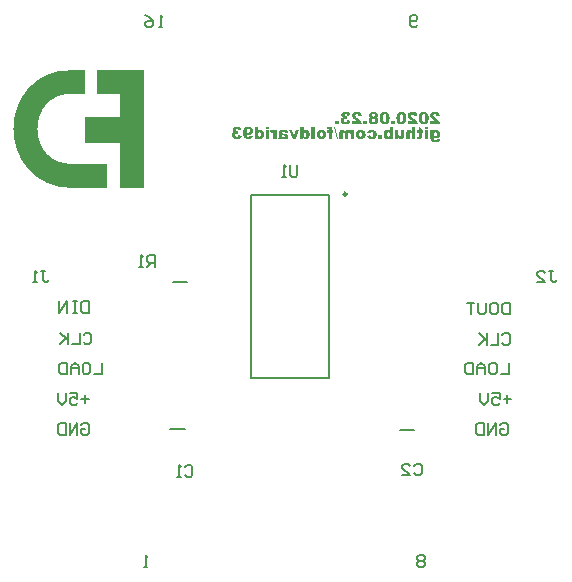
<source format=gbr>
%TF.GenerationSoftware,Altium Limited,Altium Designer,19.1.5 (86)*%
G04 Layer_Color=32896*
%FSLAX43Y43*%
%MOMM*%
%TF.FileFunction,Legend,Bot*%
%TF.Part,Single*%
G01*
G75*
%TA.AperFunction,NonConductor*%
%ADD18C,2.000*%
%ADD19C,0.250*%
%ADD20C,0.200*%
%ADD21R,3.000X2.000*%
%ADD22R,1.000X2.000*%
%ADD23R,4.445X2.270*%
%ADD24R,3.000X2.000*%
%ADD25R,2.000X10.000*%
G36*
X30177Y40434D02*
X30205Y40432D01*
X30231Y40427D01*
X30255Y40421D01*
X30277Y40415D01*
X30297Y40410D01*
X30314Y40404D01*
X30331Y40397D01*
X30346Y40391D01*
X30357Y40386D01*
X30366Y40380D01*
X30375Y40375D01*
X30381Y40373D01*
X30383Y40369D01*
X30384D01*
X30418Y40341D01*
X30444Y40310D01*
X30466Y40277D01*
X30483Y40245D01*
X30496Y40217D01*
X30499Y40204D01*
X30505Y40193D01*
X30507Y40186D01*
X30508Y40178D01*
X30510Y40175D01*
Y40173D01*
X30244Y40127D01*
X30238Y40153D01*
X30233Y40175D01*
X30225Y40191D01*
X30220Y40206D01*
X30212Y40217D01*
X30208Y40225D01*
X30205Y40228D01*
X30203Y40230D01*
X30190Y40241D01*
X30177Y40249D01*
X30164Y40254D01*
X30151Y40258D01*
X30138Y40260D01*
X30129Y40262D01*
X30121D01*
X30103Y40260D01*
X30088Y40258D01*
X30075Y40252D01*
X30064Y40249D01*
X30055Y40243D01*
X30049Y40238D01*
X30046Y40236D01*
X30044Y40234D01*
X30034Y40223D01*
X30027Y40210D01*
X30023Y40199D01*
X30020Y40186D01*
X30018Y40177D01*
X30016Y40167D01*
Y40162D01*
Y40160D01*
X30018Y40143D01*
X30021Y40127D01*
X30029Y40112D01*
X30034Y40101D01*
X30042Y40090D01*
X30049Y40082D01*
X30053Y40078D01*
X30055Y40077D01*
X30070Y40065D01*
X30084Y40058D01*
X30101Y40051D01*
X30114Y40047D01*
X30127Y40045D01*
X30138Y40043D01*
X30159D01*
X30171Y40045D01*
X30184D01*
X30197Y39845D01*
X30177Y39851D01*
X30159Y39854D01*
X30144Y39858D01*
X30131Y39860D01*
X30120Y39862D01*
X30107D01*
X30084Y39860D01*
X30064Y39856D01*
X30047Y39849D01*
X30033Y39843D01*
X30021Y39836D01*
X30014Y39828D01*
X30009Y39825D01*
X30007Y39823D01*
X29994Y39806D01*
X29984Y39790D01*
X29979Y39771D01*
X29973Y39754D01*
X29971Y39738D01*
X29970Y39725D01*
Y39717D01*
Y39714D01*
X29971Y39690D01*
X29975Y39667D01*
X29983Y39647D01*
X29988Y39632D01*
X29996Y39619D01*
X30003Y39610D01*
X30007Y39604D01*
X30009Y39603D01*
X30023Y39590D01*
X30038Y39578D01*
X30055Y39571D01*
X30070Y39567D01*
X30083Y39564D01*
X30094Y39562D01*
X30103D01*
X30123Y39564D01*
X30140Y39567D01*
X30157Y39571D01*
X30170Y39578D01*
X30179Y39584D01*
X30188Y39588D01*
X30192Y39591D01*
X30194Y39593D01*
X30205Y39608D01*
X30216Y39627D01*
X30231Y39666D01*
X30236Y39684D01*
X30240Y39699D01*
X30244Y39708D01*
Y39712D01*
X30525Y39673D01*
X30514Y39640D01*
X30501Y39608D01*
X30490Y39582D01*
X30477Y39558D01*
X30466Y39540D01*
X30457Y39527D01*
X30449Y39519D01*
X30447Y39516D01*
X30427Y39493D01*
X30405Y39475D01*
X30383Y39458D01*
X30362Y39445D01*
X30344Y39434D01*
X30329Y39427D01*
X30320Y39423D01*
X30316Y39421D01*
X30283Y39410D01*
X30247Y39403D01*
X30210Y39397D01*
X30175Y39393D01*
X30146Y39391D01*
X30131D01*
X30120Y39390D01*
X30097D01*
X30047Y39391D01*
X30001Y39397D01*
X29962Y39403D01*
X29929Y39412D01*
X29903Y39419D01*
X29892Y39423D01*
X29884Y39425D01*
X29877Y39429D01*
X29872Y39430D01*
X29870Y39432D01*
X29868D01*
X29836Y39451D01*
X29810Y39471D01*
X29788Y39491D01*
X29768Y39512D01*
X29753Y39530D01*
X29744Y39545D01*
X29736Y39554D01*
X29734Y39558D01*
X29718Y39590D01*
X29707Y39619D01*
X29697Y39647D01*
X29692Y39675D01*
X29688Y39697D01*
X29686Y39714D01*
Y39725D01*
Y39727D01*
Y39728D01*
X29688Y39754D01*
X29690Y39777D01*
X29696Y39797D01*
X29701Y39815D01*
X29707Y39828D01*
X29710Y39840D01*
X29714Y39847D01*
X29716Y39849D01*
X29727Y39867D01*
X29740Y39884D01*
X29753Y39899D01*
X29766Y39910D01*
X29777Y39919D01*
X29786Y39927D01*
X29792Y39930D01*
X29794Y39932D01*
X29807Y39940D01*
X29822Y39945D01*
X29849Y39956D01*
X29862Y39960D01*
X29873Y39964D01*
X29881Y39965D01*
X29883D01*
X29857Y39980D01*
X29834Y39997D01*
X29816Y40014D01*
X29801Y40027D01*
X29790Y40040D01*
X29783Y40049D01*
X29777Y40056D01*
X29775Y40058D01*
X29762Y40078D01*
X29753Y40099D01*
X29747Y40119D01*
X29742Y40138D01*
X29740Y40153D01*
X29738Y40165D01*
Y40173D01*
Y40177D01*
X29740Y40197D01*
X29742Y40217D01*
X29751Y40254D01*
X29766Y40286D01*
X29783Y40312D01*
X29799Y40334D01*
X29812Y40351D01*
X29823Y40360D01*
X29825Y40364D01*
X29827D01*
X29846Y40377D01*
X29864Y40388D01*
X29910Y40406D01*
X29957Y40419D01*
X30005Y40428D01*
X30027Y40432D01*
X30047Y40434D01*
X30066Y40436D01*
X30083D01*
X30097Y40438D01*
X30116D01*
X30177Y40434D01*
D02*
G37*
G36*
X37726Y40436D02*
X37771Y40432D01*
X37810Y40427D01*
X37841Y40419D01*
X37867Y40412D01*
X37885Y40406D01*
X37897Y40402D01*
X37898Y40401D01*
X37900D01*
X37930Y40386D01*
X37954Y40369D01*
X37976Y40352D01*
X37993Y40336D01*
X38008Y40321D01*
X38019Y40310D01*
X38024Y40302D01*
X38026Y40299D01*
X38041Y40271D01*
X38054Y40241D01*
X38063Y40212D01*
X38072Y40182D01*
X38078Y40154D01*
X38082Y40134D01*
X38084Y40125D01*
X38085Y40119D01*
Y40115D01*
Y40114D01*
X37802Y40091D01*
X37797Y40121D01*
X37791Y40145D01*
X37784Y40165D01*
X37776Y40182D01*
X37769Y40195D01*
X37763Y40204D01*
X37760Y40208D01*
X37758Y40210D01*
X37743Y40221D01*
X37728Y40230D01*
X37713Y40236D01*
X37700Y40241D01*
X37687Y40243D01*
X37678Y40245D01*
X37669D01*
X37650Y40243D01*
X37634Y40240D01*
X37619Y40234D01*
X37606Y40228D01*
X37595Y40223D01*
X37587Y40217D01*
X37584Y40214D01*
X37582Y40212D01*
X37571Y40199D01*
X37561Y40186D01*
X37556Y40173D01*
X37550Y40160D01*
X37548Y40149D01*
X37547Y40140D01*
Y40134D01*
Y40132D01*
X37548Y40115D01*
X37552Y40101D01*
X37558Y40084D01*
X37563Y40071D01*
X37571Y40058D01*
X37576Y40049D01*
X37580Y40043D01*
X37582Y40041D01*
X37589Y40032D01*
X37598Y40021D01*
X37621Y39999D01*
X37648Y39977D01*
X37674Y39953D01*
X37700Y39932D01*
X37721Y39915D01*
X37730Y39910D01*
X37736Y39904D01*
X37739Y39903D01*
X37741Y39901D01*
X37778Y39873D01*
X37811Y39847D01*
X37843Y39821D01*
X37871Y39797D01*
X37897Y39773D01*
X37919Y39753D01*
X37939Y39732D01*
X37956Y39714D01*
X37971Y39697D01*
X37985Y39682D01*
X37995Y39669D01*
X38004Y39660D01*
X38011Y39651D01*
X38015Y39645D01*
X38017Y39641D01*
X38019Y39640D01*
X38043Y39599D01*
X38063Y39556D01*
X38078Y39517D01*
X38089Y39482D01*
X38098Y39451D01*
X38100Y39438D01*
X38102Y39427D01*
X38104Y39419D01*
X38106Y39412D01*
Y39408D01*
Y39406D01*
X37258D01*
Y39636D01*
X37700D01*
X37673Y39660D01*
X37652Y39680D01*
X37645Y39686D01*
X37639Y39691D01*
X37636Y39693D01*
X37634Y39695D01*
X37621Y39706D01*
X37604Y39719D01*
X37584Y39732D01*
X37565Y39745D01*
X37547Y39758D01*
X37532Y39769D01*
X37523Y39777D01*
X37519Y39778D01*
X37493Y39797D01*
X37469Y39815D01*
X37447Y39834D01*
X37426Y39851D01*
X37410Y39867D01*
X37393Y39882D01*
X37365Y39910D01*
X37345Y39932D01*
X37332Y39949D01*
X37323Y39960D01*
X37321Y39964D01*
X37302Y39995D01*
X37289Y40027D01*
X37278Y40058D01*
X37273Y40084D01*
X37269Y40108D01*
X37265Y40127D01*
Y40132D01*
Y40138D01*
Y40140D01*
Y40141D01*
X37267Y40173D01*
X37273Y40202D01*
X37280Y40230D01*
X37289Y40252D01*
X37299Y40273D01*
X37306Y40286D01*
X37311Y40295D01*
X37313Y40299D01*
X37332Y40323D01*
X37354Y40345D01*
X37376Y40362D01*
X37397Y40377D01*
X37415Y40388D01*
X37432Y40397D01*
X37441Y40401D01*
X37443Y40402D01*
X37445D01*
X37478Y40414D01*
X37515Y40423D01*
X37554Y40428D01*
X37591Y40434D01*
X37624Y40436D01*
X37639D01*
X37652Y40438D01*
X37676D01*
X37726Y40436D01*
D02*
G37*
G36*
X35834D02*
X35878Y40432D01*
X35917Y40427D01*
X35949Y40419D01*
X35975Y40412D01*
X35993Y40406D01*
X36004Y40402D01*
X36006Y40401D01*
X36008D01*
X36038Y40386D01*
X36062Y40369D01*
X36084Y40352D01*
X36100Y40336D01*
X36115Y40321D01*
X36126Y40310D01*
X36132Y40302D01*
X36134Y40299D01*
X36149Y40271D01*
X36162Y40241D01*
X36171Y40212D01*
X36180Y40182D01*
X36186Y40154D01*
X36189Y40134D01*
X36191Y40125D01*
X36193Y40119D01*
Y40115D01*
Y40114D01*
X35910Y40091D01*
X35904Y40121D01*
X35899Y40145D01*
X35891Y40165D01*
X35884Y40182D01*
X35876Y40195D01*
X35871Y40204D01*
X35867Y40208D01*
X35865Y40210D01*
X35851Y40221D01*
X35836Y40230D01*
X35821Y40236D01*
X35808Y40241D01*
X35795Y40243D01*
X35786Y40245D01*
X35776D01*
X35758Y40243D01*
X35741Y40240D01*
X35726Y40234D01*
X35713Y40228D01*
X35702Y40223D01*
X35695Y40217D01*
X35691Y40214D01*
X35689Y40212D01*
X35678Y40199D01*
X35669Y40186D01*
X35663Y40173D01*
X35658Y40160D01*
X35656Y40149D01*
X35654Y40140D01*
Y40134D01*
Y40132D01*
X35656Y40115D01*
X35660Y40101D01*
X35665Y40084D01*
X35671Y40071D01*
X35678Y40058D01*
X35684Y40049D01*
X35688Y40043D01*
X35689Y40041D01*
X35697Y40032D01*
X35706Y40021D01*
X35728Y39999D01*
X35756Y39977D01*
X35782Y39953D01*
X35808Y39932D01*
X35828Y39915D01*
X35838Y39910D01*
X35843Y39904D01*
X35847Y39903D01*
X35849Y39901D01*
X35886Y39873D01*
X35919Y39847D01*
X35951Y39821D01*
X35978Y39797D01*
X36004Y39773D01*
X36026Y39753D01*
X36047Y39732D01*
X36063Y39714D01*
X36078Y39697D01*
X36093Y39682D01*
X36102Y39669D01*
X36112Y39660D01*
X36119Y39651D01*
X36123Y39645D01*
X36125Y39641D01*
X36126Y39640D01*
X36150Y39599D01*
X36171Y39556D01*
X36186Y39517D01*
X36197Y39482D01*
X36206Y39451D01*
X36208Y39438D01*
X36210Y39427D01*
X36212Y39419D01*
X36213Y39412D01*
Y39408D01*
Y39406D01*
X35365D01*
Y39636D01*
X35808D01*
X35780Y39660D01*
X35760Y39680D01*
X35752Y39686D01*
X35747Y39691D01*
X35743Y39693D01*
X35741Y39695D01*
X35728Y39706D01*
X35712Y39719D01*
X35691Y39732D01*
X35673Y39745D01*
X35654Y39758D01*
X35639Y39769D01*
X35630Y39777D01*
X35626Y39778D01*
X35601Y39797D01*
X35576Y39815D01*
X35554Y39834D01*
X35534Y39851D01*
X35517Y39867D01*
X35501Y39882D01*
X35473Y39910D01*
X35452Y39932D01*
X35439Y39949D01*
X35430Y39960D01*
X35428Y39964D01*
X35410Y39995D01*
X35397Y40027D01*
X35386Y40058D01*
X35380Y40084D01*
X35376Y40108D01*
X35373Y40127D01*
Y40132D01*
Y40138D01*
Y40140D01*
Y40141D01*
X35375Y40173D01*
X35380Y40202D01*
X35388Y40230D01*
X35397Y40252D01*
X35406Y40273D01*
X35414Y40286D01*
X35419Y40295D01*
X35421Y40299D01*
X35439Y40323D01*
X35462Y40345D01*
X35484Y40362D01*
X35504Y40377D01*
X35523Y40388D01*
X35539Y40397D01*
X35549Y40401D01*
X35551Y40402D01*
X35552D01*
X35586Y40414D01*
X35623Y40423D01*
X35662Y40428D01*
X35699Y40434D01*
X35732Y40436D01*
X35747D01*
X35760Y40438D01*
X35784D01*
X35834Y40436D01*
D02*
G37*
G36*
X31105D02*
X31149Y40432D01*
X31188Y40427D01*
X31220Y40419D01*
X31245Y40412D01*
X31264Y40406D01*
X31275Y40402D01*
X31277Y40401D01*
X31279D01*
X31308Y40386D01*
X31332Y40369D01*
X31355Y40352D01*
X31371Y40336D01*
X31386Y40321D01*
X31397Y40310D01*
X31403Y40302D01*
X31405Y40299D01*
X31419Y40271D01*
X31432Y40241D01*
X31442Y40212D01*
X31451Y40182D01*
X31457Y40154D01*
X31460Y40134D01*
X31462Y40125D01*
X31464Y40119D01*
Y40115D01*
Y40114D01*
X31181Y40091D01*
X31175Y40121D01*
X31170Y40145D01*
X31162Y40165D01*
X31155Y40182D01*
X31147Y40195D01*
X31142Y40204D01*
X31138Y40208D01*
X31136Y40210D01*
X31121Y40221D01*
X31107Y40230D01*
X31092Y40236D01*
X31079Y40241D01*
X31066Y40243D01*
X31057Y40245D01*
X31047D01*
X31029Y40243D01*
X31012Y40240D01*
X30997Y40234D01*
X30984Y40228D01*
X30973Y40223D01*
X30966Y40217D01*
X30962Y40214D01*
X30960Y40212D01*
X30949Y40199D01*
X30940Y40186D01*
X30934Y40173D01*
X30929Y40160D01*
X30927Y40149D01*
X30925Y40140D01*
Y40134D01*
Y40132D01*
X30927Y40115D01*
X30931Y40101D01*
X30936Y40084D01*
X30942Y40071D01*
X30949Y40058D01*
X30955Y40049D01*
X30958Y40043D01*
X30960Y40041D01*
X30968Y40032D01*
X30977Y40021D01*
X30999Y39999D01*
X31027Y39977D01*
X31053Y39953D01*
X31079Y39932D01*
X31099Y39915D01*
X31108Y39910D01*
X31114Y39904D01*
X31118Y39903D01*
X31120Y39901D01*
X31157Y39873D01*
X31190Y39847D01*
X31221Y39821D01*
X31249Y39797D01*
X31275Y39773D01*
X31297Y39753D01*
X31318Y39732D01*
X31334Y39714D01*
X31349Y39697D01*
X31364Y39682D01*
X31373Y39669D01*
X31382Y39660D01*
X31390Y39651D01*
X31394Y39645D01*
X31395Y39641D01*
X31397Y39640D01*
X31421Y39599D01*
X31442Y39556D01*
X31457Y39517D01*
X31468Y39482D01*
X31477Y39451D01*
X31479Y39438D01*
X31481Y39427D01*
X31482Y39419D01*
X31484Y39412D01*
Y39408D01*
Y39406D01*
X30636Y39406D01*
Y39636D01*
X31079Y39636D01*
X31051Y39660D01*
X31031Y39680D01*
X31023Y39686D01*
X31018Y39691D01*
X31014Y39693D01*
X31012Y39695D01*
X30999Y39706D01*
X30982Y39719D01*
X30962Y39732D01*
X30944Y39745D01*
X30925Y39758D01*
X30910Y39769D01*
X30901Y39777D01*
X30897Y39778D01*
X30871Y39797D01*
X30847Y39815D01*
X30825Y39834D01*
X30805Y39851D01*
X30788Y39867D01*
X30771Y39882D01*
X30744Y39910D01*
X30723Y39932D01*
X30710Y39949D01*
X30701Y39960D01*
X30699Y39964D01*
X30681Y39995D01*
X30668Y40027D01*
X30657Y40058D01*
X30651Y40084D01*
X30647Y40108D01*
X30644Y40127D01*
Y40132D01*
Y40138D01*
Y40140D01*
Y40141D01*
X30645Y40173D01*
X30651Y40202D01*
X30658Y40230D01*
X30668Y40252D01*
X30677Y40273D01*
X30684Y40286D01*
X30690Y40295D01*
X30692Y40299D01*
X30710Y40323D01*
X30733Y40345D01*
X30755Y40362D01*
X30775Y40377D01*
X30794Y40388D01*
X30810Y40397D01*
X30820Y40401D01*
X30821Y40402D01*
X30823D01*
X30857Y40414D01*
X30894Y40423D01*
X30933Y40428D01*
X30970Y40434D01*
X31003Y40436D01*
X31018D01*
X31031Y40438D01*
X31055D01*
X31105Y40436D01*
D02*
G37*
G36*
X34273Y39406D02*
X33971D01*
Y39690D01*
X34273D01*
Y39406D01*
D02*
G37*
G36*
X31908D02*
X31607D01*
Y39690D01*
X31908D01*
Y39406D01*
D02*
G37*
G36*
X29544Y39406D02*
X29242D01*
Y39690D01*
X29544D01*
Y39406D01*
D02*
G37*
G36*
X36756Y40436D02*
X36793Y40432D01*
X36826Y40427D01*
X36858Y40419D01*
X36886Y40410D01*
X36912Y40401D01*
X36936Y40390D01*
X36956Y40380D01*
X36974Y40369D01*
X36991Y40358D01*
X37004Y40349D01*
X37015Y40340D01*
X37024Y40332D01*
X37030Y40327D01*
X37034Y40323D01*
X37036Y40321D01*
X37054Y40297D01*
X37069Y40271D01*
X37084Y40241D01*
X37095Y40210D01*
X37113Y40143D01*
X37126Y40077D01*
X37130Y40045D01*
X37134Y40015D01*
X37136Y39988D01*
X37137Y39964D01*
X37139Y39945D01*
Y39930D01*
Y39921D01*
Y39917D01*
X37137Y39875D01*
X37136Y39834D01*
X37132Y39797D01*
X37128Y39765D01*
X37124Y39738D01*
X37123Y39717D01*
X37121Y39710D01*
X37119Y39704D01*
Y39703D01*
Y39701D01*
X37111Y39667D01*
X37102Y39636D01*
X37093Y39610D01*
X37084Y39590D01*
X37076Y39571D01*
X37069Y39560D01*
X37065Y39551D01*
X37063Y39549D01*
X37043Y39521D01*
X37021Y39497D01*
X37000Y39477D01*
X36978Y39460D01*
X36961Y39447D01*
X36947Y39438D01*
X36937Y39432D01*
X36934Y39430D01*
X36902Y39417D01*
X36867Y39406D01*
X36832Y39399D01*
X36799Y39395D01*
X36769Y39391D01*
X36758D01*
X36747Y39390D01*
X36724D01*
X36684Y39391D01*
X36645Y39395D01*
X36610Y39401D01*
X36578Y39410D01*
X36549Y39419D01*
X36523Y39430D01*
X36499Y39441D01*
X36478Y39454D01*
X36460Y39466D01*
X36445Y39477D01*
X36432Y39488D01*
X36421Y39497D01*
X36412Y39506D01*
X36406Y39512D01*
X36404Y39516D01*
X36402Y39517D01*
X36386Y39543D01*
X36371Y39571D01*
X36358Y39603D01*
X36347Y39634D01*
X36330Y39701D01*
X36319Y39767D01*
X36315Y39799D01*
X36313Y39827D01*
X36312Y39853D01*
X36310Y39877D01*
X36308Y39895D01*
Y39908D01*
Y39917D01*
Y39921D01*
X36310Y39965D01*
X36312Y40010D01*
X36317Y40049D01*
X36323Y40084D01*
X36328Y40114D01*
X36330Y40127D01*
X36332Y40136D01*
X36334Y40145D01*
X36336Y40151D01*
X36337Y40154D01*
Y40156D01*
X36343Y40178D01*
X36350Y40197D01*
X36356Y40215D01*
X36362Y40230D01*
X36367Y40243D01*
X36373Y40252D01*
X36375Y40258D01*
X36376Y40260D01*
X36397Y40293D01*
X36408Y40308D01*
X36419Y40319D01*
X36428Y40330D01*
X36436Y40338D01*
X36441Y40343D01*
X36443Y40345D01*
X36460Y40360D01*
X36476Y40373D01*
X36495Y40384D01*
X36512Y40393D01*
X36526Y40401D01*
X36539Y40408D01*
X36547Y40410D01*
X36550Y40412D01*
X36576Y40421D01*
X36604Y40427D01*
X36632Y40432D01*
X36658Y40434D01*
X36682Y40436D01*
X36700Y40438D01*
X36717D01*
X36756Y40436D01*
D02*
G37*
G36*
X34864D02*
X34901Y40432D01*
X34934Y40427D01*
X34965Y40419D01*
X34993Y40410D01*
X35019Y40401D01*
X35043Y40390D01*
X35064Y40380D01*
X35082Y40369D01*
X35099Y40358D01*
X35112Y40349D01*
X35123Y40340D01*
X35132Y40332D01*
X35138Y40327D01*
X35141Y40323D01*
X35143Y40321D01*
X35162Y40297D01*
X35176Y40271D01*
X35191Y40241D01*
X35202Y40210D01*
X35221Y40143D01*
X35234Y40077D01*
X35238Y40045D01*
X35241Y40015D01*
X35243Y39988D01*
X35245Y39964D01*
X35247Y39945D01*
Y39930D01*
Y39921D01*
Y39917D01*
X35245Y39875D01*
X35243Y39834D01*
X35239Y39797D01*
X35236Y39765D01*
X35232Y39738D01*
X35230Y39717D01*
X35228Y39710D01*
X35227Y39704D01*
Y39703D01*
Y39701D01*
X35219Y39667D01*
X35210Y39636D01*
X35201Y39610D01*
X35191Y39590D01*
X35184Y39571D01*
X35176Y39560D01*
X35173Y39551D01*
X35171Y39549D01*
X35151Y39521D01*
X35128Y39497D01*
X35108Y39477D01*
X35086Y39460D01*
X35069Y39447D01*
X35054Y39438D01*
X35045Y39432D01*
X35041Y39430D01*
X35010Y39417D01*
X34975Y39406D01*
X34939Y39399D01*
X34906Y39395D01*
X34877Y39391D01*
X34865D01*
X34854Y39390D01*
X34832D01*
X34791Y39391D01*
X34752Y39395D01*
X34717Y39401D01*
X34686Y39410D01*
X34656Y39419D01*
X34630Y39430D01*
X34606Y39441D01*
X34586Y39454D01*
X34567Y39466D01*
X34552Y39477D01*
X34540Y39488D01*
X34528Y39497D01*
X34519Y39506D01*
X34514Y39512D01*
X34512Y39516D01*
X34510Y39517D01*
X34493Y39543D01*
X34478Y39571D01*
X34465Y39603D01*
X34454Y39634D01*
X34438Y39701D01*
X34427Y39767D01*
X34423Y39799D01*
X34421Y39827D01*
X34419Y39853D01*
X34417Y39877D01*
X34415Y39895D01*
Y39908D01*
Y39917D01*
Y39921D01*
X34417Y39965D01*
X34419Y40010D01*
X34425Y40049D01*
X34430Y40084D01*
X34436Y40114D01*
X34438Y40127D01*
X34440Y40136D01*
X34441Y40145D01*
X34443Y40151D01*
X34445Y40154D01*
Y40156D01*
X34451Y40178D01*
X34458Y40197D01*
X34464Y40215D01*
X34469Y40230D01*
X34475Y40243D01*
X34480Y40252D01*
X34482Y40258D01*
X34484Y40260D01*
X34504Y40293D01*
X34515Y40308D01*
X34527Y40319D01*
X34536Y40330D01*
X34543Y40338D01*
X34549Y40343D01*
X34551Y40345D01*
X34567Y40360D01*
X34584Y40373D01*
X34602Y40384D01*
X34619Y40393D01*
X34634Y40401D01*
X34647Y40408D01*
X34654Y40410D01*
X34658Y40412D01*
X34684Y40421D01*
X34712Y40427D01*
X34740Y40432D01*
X34765Y40434D01*
X34790Y40436D01*
X34808Y40438D01*
X34825D01*
X34864Y40436D01*
D02*
G37*
G36*
X33445D02*
X33482Y40432D01*
X33516Y40427D01*
X33547Y40419D01*
X33575Y40410D01*
X33601Y40401D01*
X33625Y40390D01*
X33645Y40380D01*
X33664Y40369D01*
X33680Y40358D01*
X33693Y40349D01*
X33704Y40340D01*
X33714Y40332D01*
X33719Y40327D01*
X33723Y40323D01*
X33725Y40321D01*
X33743Y40297D01*
X33758Y40271D01*
X33773Y40241D01*
X33784Y40210D01*
X33803Y40143D01*
X33816Y40077D01*
X33819Y40045D01*
X33823Y40015D01*
X33825Y39988D01*
X33827Y39964D01*
X33828Y39945D01*
Y39930D01*
Y39921D01*
Y39917D01*
X33827Y39875D01*
X33825Y39834D01*
X33821Y39797D01*
X33817Y39765D01*
X33814Y39738D01*
X33812Y39717D01*
X33810Y39710D01*
X33808Y39704D01*
Y39703D01*
Y39701D01*
X33801Y39667D01*
X33791Y39636D01*
X33782Y39610D01*
X33773Y39590D01*
X33766Y39571D01*
X33758Y39560D01*
X33754Y39551D01*
X33753Y39549D01*
X33732Y39521D01*
X33710Y39497D01*
X33690Y39477D01*
X33667Y39460D01*
X33651Y39447D01*
X33636Y39438D01*
X33627Y39432D01*
X33623Y39430D01*
X33591Y39417D01*
X33556Y39406D01*
X33521Y39399D01*
X33488Y39395D01*
X33458Y39391D01*
X33447D01*
X33436Y39390D01*
X33414D01*
X33373Y39391D01*
X33334Y39395D01*
X33299Y39401D01*
X33267Y39410D01*
X33238Y39419D01*
X33212Y39430D01*
X33188Y39441D01*
X33167Y39454D01*
X33149Y39466D01*
X33134Y39477D01*
X33121Y39488D01*
X33110Y39497D01*
X33101Y39506D01*
X33095Y39512D01*
X33093Y39516D01*
X33092Y39517D01*
X33075Y39543D01*
X33060Y39571D01*
X33047Y39603D01*
X33036Y39634D01*
X33019Y39701D01*
X33008Y39767D01*
X33005Y39799D01*
X33003Y39827D01*
X33001Y39853D01*
X32999Y39877D01*
X32997Y39895D01*
Y39908D01*
Y39917D01*
Y39921D01*
X32999Y39965D01*
X33001Y40010D01*
X33006Y40049D01*
X33012Y40084D01*
X33017Y40114D01*
X33019Y40127D01*
X33021Y40136D01*
X33023Y40145D01*
X33025Y40151D01*
X33027Y40154D01*
Y40156D01*
X33032Y40178D01*
X33040Y40197D01*
X33045Y40215D01*
X33051Y40230D01*
X33056Y40243D01*
X33062Y40252D01*
X33064Y40258D01*
X33066Y40260D01*
X33086Y40293D01*
X33097Y40308D01*
X33108Y40319D01*
X33117Y40330D01*
X33125Y40338D01*
X33130Y40343D01*
X33132Y40345D01*
X33149Y40360D01*
X33166Y40373D01*
X33184Y40384D01*
X33201Y40393D01*
X33216Y40401D01*
X33229Y40408D01*
X33236Y40410D01*
X33240Y40412D01*
X33266Y40421D01*
X33293Y40427D01*
X33321Y40432D01*
X33347Y40434D01*
X33371Y40436D01*
X33390Y40438D01*
X33406D01*
X33445Y40436D01*
D02*
G37*
G36*
X32540D02*
X32588Y40428D01*
X32630Y40417D01*
X32666Y40406D01*
X32680Y40401D01*
X32693Y40395D01*
X32706Y40390D01*
X32716Y40384D01*
X32723Y40380D01*
X32729Y40377D01*
X32730Y40375D01*
X32732D01*
X32753Y40360D01*
X32771Y40343D01*
X32788Y40325D01*
X32801Y40308D01*
X32812Y40291D01*
X32821Y40273D01*
X32836Y40241D01*
X32845Y40212D01*
X32847Y40199D01*
X32849Y40188D01*
X32851Y40180D01*
Y40173D01*
Y40169D01*
Y40167D01*
X32849Y40140D01*
X32845Y40114D01*
X32838Y40090D01*
X32830Y40069D01*
X32823Y40053D01*
X32816Y40041D01*
X32812Y40032D01*
X32810Y40030D01*
X32797Y40015D01*
X32782Y40001D01*
X32766Y39988D01*
X32751Y39975D01*
X32736Y39965D01*
X32725Y39958D01*
X32717Y39954D01*
X32714Y39953D01*
X32743Y39940D01*
X32771Y39923D01*
X32792Y39908D01*
X32810Y39891D01*
X32825Y39878D01*
X32834Y39867D01*
X32840Y39860D01*
X32842Y39856D01*
X32855Y39832D01*
X32866Y39806D01*
X32873Y39782D01*
X32877Y39758D01*
X32880Y39736D01*
X32882Y39719D01*
Y39708D01*
Y39706D01*
Y39704D01*
X32880Y39671D01*
X32875Y39640D01*
X32869Y39612D01*
X32860Y39588D01*
X32853Y39567D01*
X32847Y39553D01*
X32842Y39543D01*
X32840Y39540D01*
X32821Y39514D01*
X32801Y39491D01*
X32779Y39471D01*
X32758Y39456D01*
X32740Y39443D01*
X32725Y39434D01*
X32714Y39429D01*
X32710Y39427D01*
X32675Y39414D01*
X32634Y39404D01*
X32593Y39399D01*
X32553Y39395D01*
X32518Y39391D01*
X32503D01*
X32488Y39390D01*
X32430D01*
X32401Y39391D01*
X32373Y39395D01*
X32349Y39399D01*
X32329Y39401D01*
X32314Y39404D01*
X32305Y39406D01*
X32301D01*
X32273Y39414D01*
X32247Y39421D01*
X32227Y39430D01*
X32208Y39438D01*
X32193Y39447D01*
X32182Y39453D01*
X32175Y39456D01*
X32173Y39458D01*
X32155Y39473D01*
X32138Y39490D01*
X32123Y39506D01*
X32110Y39523D01*
X32099Y39538D01*
X32092Y39549D01*
X32088Y39556D01*
X32086Y39560D01*
X32075Y39586D01*
X32066Y39610D01*
X32060Y39634D01*
X32055Y39656D01*
X32053Y39675D01*
X32051Y39690D01*
Y39699D01*
Y39703D01*
X32053Y39732D01*
X32056Y39758D01*
X32064Y39784D01*
X32071Y39804D01*
X32079Y39823D01*
X32086Y39836D01*
X32090Y39843D01*
X32092Y39847D01*
X32108Y39871D01*
X32129Y39891D01*
X32149Y39910D01*
X32169Y39925D01*
X32188Y39936D01*
X32203Y39945D01*
X32212Y39951D01*
X32214Y39953D01*
X32216D01*
X32193Y39967D01*
X32175Y39984D01*
X32158Y39997D01*
X32145Y40010D01*
X32136Y40021D01*
X32129Y40030D01*
X32125Y40036D01*
X32123Y40038D01*
X32110Y40060D01*
X32101Y40082D01*
X32093Y40104D01*
X32090Y40125D01*
X32086Y40141D01*
X32084Y40154D01*
Y40162D01*
Y40165D01*
X32086Y40188D01*
X32088Y40208D01*
X32099Y40245D01*
X32116Y40278D01*
X32132Y40306D01*
X32151Y40328D01*
X32168Y40345D01*
X32179Y40356D01*
X32181Y40360D01*
X32182D01*
X32203Y40373D01*
X32223Y40386D01*
X32271Y40404D01*
X32321Y40419D01*
X32369Y40428D01*
X32393Y40432D01*
X32414Y40434D01*
X32434Y40436D01*
X32451D01*
X32464Y40438D01*
X32484D01*
X32540Y40436D01*
D02*
G37*
G36*
X37113Y38977D02*
X36832D01*
Y39170D01*
X37113D01*
Y38977D01*
D02*
G37*
G36*
X23637Y38977D02*
X23356D01*
Y39170D01*
X23637D01*
Y38977D01*
D02*
G37*
G36*
X20971Y39183D02*
X20998Y39181D01*
X21024Y39176D01*
X21048Y39170D01*
X21071Y39164D01*
X21091Y39159D01*
X21108Y39153D01*
X21124Y39146D01*
X21139Y39140D01*
X21150Y39135D01*
X21159Y39129D01*
X21169Y39124D01*
X21174Y39122D01*
X21176Y39118D01*
X21178D01*
X21211Y39090D01*
X21237Y39059D01*
X21259Y39026D01*
X21276Y38994D01*
X21289Y38966D01*
X21293Y38953D01*
X21298Y38942D01*
X21300Y38935D01*
X21302Y38927D01*
X21304Y38924D01*
Y38922D01*
X21037Y38876D01*
X21032Y38902D01*
X21026Y38924D01*
X21019Y38940D01*
X21013Y38955D01*
X21006Y38966D01*
X21002Y38974D01*
X20998Y38977D01*
X20996Y38979D01*
X20984Y38990D01*
X20971Y38998D01*
X20958Y39003D01*
X20945Y39007D01*
X20932Y39009D01*
X20922Y39011D01*
X20915D01*
X20896Y39009D01*
X20882Y39007D01*
X20869Y39001D01*
X20858Y38998D01*
X20848Y38992D01*
X20843Y38987D01*
X20839Y38985D01*
X20837Y38983D01*
X20828Y38972D01*
X20821Y38959D01*
X20817Y38948D01*
X20813Y38935D01*
X20811Y38926D01*
X20809Y38916D01*
Y38911D01*
Y38909D01*
X20811Y38892D01*
X20815Y38876D01*
X20822Y38861D01*
X20828Y38850D01*
X20835Y38839D01*
X20843Y38831D01*
X20847Y38827D01*
X20848Y38826D01*
X20863Y38814D01*
X20878Y38807D01*
X20895Y38800D01*
X20908Y38796D01*
X20921Y38794D01*
X20932Y38792D01*
X20952D01*
X20965Y38794D01*
X20978D01*
X20991Y38594D01*
X20971Y38600D01*
X20952Y38603D01*
X20937Y38607D01*
X20924Y38609D01*
X20913Y38611D01*
X20900D01*
X20878Y38609D01*
X20858Y38605D01*
X20841Y38598D01*
X20826Y38592D01*
X20815Y38585D01*
X20808Y38577D01*
X20802Y38574D01*
X20800Y38572D01*
X20787Y38555D01*
X20778Y38539D01*
X20772Y38520D01*
X20767Y38503D01*
X20765Y38487D01*
X20763Y38474D01*
Y38466D01*
Y38463D01*
X20765Y38439D01*
X20769Y38416D01*
X20776Y38396D01*
X20782Y38381D01*
X20789Y38368D01*
X20797Y38359D01*
X20800Y38353D01*
X20802Y38352D01*
X20817Y38339D01*
X20832Y38327D01*
X20848Y38320D01*
X20863Y38316D01*
X20876Y38313D01*
X20887Y38311D01*
X20896D01*
X20917Y38313D01*
X20934Y38316D01*
X20950Y38320D01*
X20963Y38327D01*
X20972Y38333D01*
X20982Y38337D01*
X20985Y38340D01*
X20987Y38342D01*
X20998Y38357D01*
X21009Y38376D01*
X21024Y38415D01*
X21030Y38433D01*
X21034Y38448D01*
X21037Y38457D01*
Y38461D01*
X21319Y38422D01*
X21308Y38389D01*
X21295Y38357D01*
X21284Y38331D01*
X21271Y38307D01*
X21259Y38289D01*
X21250Y38276D01*
X21243Y38268D01*
X21241Y38265D01*
X21221Y38242D01*
X21198Y38224D01*
X21176Y38207D01*
X21156Y38194D01*
X21137Y38183D01*
X21122Y38176D01*
X21113Y38172D01*
X21109Y38170D01*
X21076Y38159D01*
X21041Y38152D01*
X21004Y38146D01*
X20969Y38142D01*
X20939Y38140D01*
X20924D01*
X20913Y38139D01*
X20891D01*
X20841Y38140D01*
X20795Y38146D01*
X20756Y38152D01*
X20722Y38161D01*
X20697Y38168D01*
X20685Y38172D01*
X20678Y38174D01*
X20671Y38178D01*
X20665Y38179D01*
X20663Y38181D01*
X20661D01*
X20630Y38200D01*
X20604Y38220D01*
X20582Y38240D01*
X20561Y38261D01*
X20547Y38279D01*
X20537Y38294D01*
X20530Y38303D01*
X20528Y38307D01*
X20511Y38339D01*
X20500Y38368D01*
X20491Y38396D01*
X20485Y38424D01*
X20482Y38446D01*
X20480Y38463D01*
Y38474D01*
Y38476D01*
Y38477D01*
X20482Y38503D01*
X20484Y38526D01*
X20489Y38546D01*
X20495Y38565D01*
X20500Y38577D01*
X20504Y38589D01*
X20508Y38596D01*
X20510Y38598D01*
X20521Y38616D01*
X20534Y38633D01*
X20547Y38648D01*
X20559Y38659D01*
X20571Y38668D01*
X20580Y38676D01*
X20585Y38679D01*
X20587Y38681D01*
X20600Y38689D01*
X20615Y38694D01*
X20643Y38705D01*
X20656Y38709D01*
X20667Y38713D01*
X20674Y38715D01*
X20676D01*
X20650Y38729D01*
X20628Y38746D01*
X20609Y38763D01*
X20595Y38776D01*
X20584Y38789D01*
X20576Y38798D01*
X20571Y38805D01*
X20569Y38807D01*
X20556Y38827D01*
X20547Y38848D01*
X20541Y38868D01*
X20535Y38887D01*
X20534Y38902D01*
X20532Y38914D01*
Y38922D01*
Y38926D01*
X20534Y38946D01*
X20535Y38966D01*
X20545Y39003D01*
X20559Y39035D01*
X20576Y39061D01*
X20593Y39083D01*
X20606Y39100D01*
X20617Y39109D01*
X20619Y39113D01*
X20621D01*
X20639Y39126D01*
X20658Y39137D01*
X20704Y39155D01*
X20750Y39168D01*
X20798Y39177D01*
X20821Y39181D01*
X20841Y39183D01*
X20859Y39185D01*
X20876D01*
X20891Y39187D01*
X20909D01*
X20971Y39183D01*
D02*
G37*
G36*
X34128Y38155D02*
X33866D01*
Y38263D01*
X33845Y38239D01*
X33827Y38220D01*
X33808Y38203D01*
X33793Y38190D01*
X33780Y38181D01*
X33771Y38176D01*
X33766Y38172D01*
X33764Y38170D01*
X33740Y38159D01*
X33717Y38152D01*
X33693Y38146D01*
X33673Y38142D01*
X33654Y38140D01*
X33641Y38139D01*
X33629D01*
X33597Y38140D01*
X33567Y38146D01*
X33540Y38153D01*
X33517Y38161D01*
X33497Y38168D01*
X33484Y38176D01*
X33475Y38181D01*
X33471Y38183D01*
X33445Y38202D01*
X33425Y38224D01*
X33404Y38246D01*
X33390Y38268D01*
X33377Y38289D01*
X33367Y38305D01*
X33362Y38316D01*
X33360Y38318D01*
Y38320D01*
X33347Y38355D01*
X33336Y38392D01*
X33329Y38427D01*
X33325Y38461D01*
X33321Y38490D01*
Y38502D01*
X33319Y38513D01*
Y38522D01*
Y38527D01*
Y38531D01*
Y38533D01*
X33321Y38566D01*
X33323Y38596D01*
X33327Y38626D01*
X33332Y38652D01*
X33340Y38677D01*
X33347Y38700D01*
X33354Y38720D01*
X33364Y38739D01*
X33371Y38755D01*
X33380Y38768D01*
X33388Y38781D01*
X33393Y38790D01*
X33401Y38800D01*
X33404Y38805D01*
X33406Y38807D01*
X33408Y38809D01*
X33425Y38826D01*
X33443Y38842D01*
X33460Y38855D01*
X33480Y38866D01*
X33517Y38883D01*
X33553Y38894D01*
X33582Y38902D01*
X33597Y38903D01*
X33608Y38905D01*
X33617Y38907D01*
X33654D01*
X33677Y38903D01*
X33697Y38900D01*
X33714Y38896D01*
X33729Y38892D01*
X33740Y38889D01*
X33747Y38887D01*
X33749Y38885D01*
X33767Y38876D01*
X33786Y38864D01*
X33803Y38853D01*
X33816Y38844D01*
X33827Y38833D01*
X33836Y38826D01*
X33841Y38820D01*
X33843Y38818D01*
Y39170D01*
X34128D01*
Y38155D01*
D02*
G37*
G36*
X36023D02*
X35741D01*
Y38507D01*
X35739Y38542D01*
X35736Y38572D01*
X35732Y38596D01*
X35725Y38616D01*
X35719Y38629D01*
X35715Y38640D01*
X35712Y38646D01*
X35710Y38648D01*
X35697Y38661D01*
X35684Y38670D01*
X35669Y38677D01*
X35656Y38681D01*
X35645Y38685D01*
X35636Y38687D01*
X35626D01*
X35610Y38685D01*
X35595Y38683D01*
X35584Y38677D01*
X35573Y38672D01*
X35565Y38666D01*
X35560Y38663D01*
X35556Y38659D01*
X35554Y38657D01*
X35545Y38644D01*
X35539Y38629D01*
X35532Y38598D01*
X35530Y38583D01*
X35528Y38570D01*
Y38563D01*
Y38559D01*
Y38155D01*
X35245D01*
Y38622D01*
X35249Y38672D01*
X35256Y38716D01*
X35265Y38753D01*
X35278Y38783D01*
X35291Y38807D01*
X35301Y38824D01*
X35308Y38833D01*
X35312Y38837D01*
X35339Y38861D01*
X35367Y38877D01*
X35399Y38890D01*
X35426Y38898D01*
X35452Y38903D01*
X35475Y38905D01*
X35482Y38907D01*
X35493D01*
X35521Y38905D01*
X35547Y38903D01*
X35571Y38900D01*
X35589Y38894D01*
X35606Y38889D01*
X35617Y38885D01*
X35626Y38883D01*
X35628Y38881D01*
X35649Y38870D01*
X35669Y38857D01*
X35688Y38842D01*
X35706Y38829D01*
X35721Y38816D01*
X35732Y38805D01*
X35739Y38798D01*
X35741Y38796D01*
Y39170D01*
X36023D01*
Y38155D01*
D02*
G37*
G36*
X37830Y38905D02*
X37854Y38903D01*
X37897Y38892D01*
X37934Y38879D01*
X37965Y38863D01*
X37991Y38846D01*
X38010Y38831D01*
X38015Y38826D01*
X38021Y38820D01*
X38022Y38818D01*
X38024Y38816D01*
X38039Y38798D01*
X38050Y38779D01*
X38071Y38737D01*
X38085Y38694D01*
X38095Y38652D01*
X38102Y38615D01*
X38104Y38598D01*
Y38583D01*
X38106Y38572D01*
Y38563D01*
Y38557D01*
Y38555D01*
X38104Y38502D01*
X38097Y38453D01*
X38085Y38413D01*
X38074Y38377D01*
X38069Y38363D01*
X38063Y38350D01*
X38058Y38339D01*
X38052Y38329D01*
X38048Y38322D01*
X38045Y38316D01*
X38043Y38315D01*
Y38313D01*
X38024Y38290D01*
X38006Y38270D01*
X37985Y38253D01*
X37967Y38239D01*
X37947Y38226D01*
X37926Y38216D01*
X37908Y38207D01*
X37889Y38202D01*
X37856Y38192D01*
X37841Y38189D01*
X37828Y38187D01*
X37819Y38185D01*
X37804D01*
X37776Y38187D01*
X37750Y38190D01*
X37726Y38196D01*
X37704Y38202D01*
X37687Y38207D01*
X37673Y38213D01*
X37665Y38216D01*
X37661Y38218D01*
X37647Y38228D01*
X37632Y38239D01*
X37617Y38250D01*
X37604Y38263D01*
X37593Y38272D01*
X37586Y38281D01*
X37580Y38287D01*
X37578Y38289D01*
Y38178D01*
X37580Y38150D01*
X37584Y38128D01*
X37587Y38109D01*
X37593Y38092D01*
X37600Y38081D01*
X37604Y38074D01*
X37608Y38068D01*
X37610Y38066D01*
X37623Y38055D01*
X37637Y38048D01*
X37652Y38041D01*
X37667Y38037D01*
X37680Y38035D01*
X37691Y38033D01*
X37702D01*
X37719Y38035D01*
X37734Y38037D01*
X37747Y38041D01*
X37758Y38044D01*
X37767Y38048D01*
X37774Y38052D01*
X37778Y38055D01*
X37780D01*
X37787Y38063D01*
X37795Y38070D01*
X37804Y38087D01*
X37808Y38094D01*
X37810Y38102D01*
X37811Y38105D01*
Y38107D01*
X38085Y38139D01*
Y38124D01*
Y38113D01*
Y38103D01*
Y38102D01*
X38084Y38081D01*
X38082Y38063D01*
X38072Y38028D01*
X38060Y37996D01*
X38045Y37972D01*
X38030Y37952D01*
X38017Y37937D01*
X38008Y37928D01*
X38004Y37924D01*
X37987Y37913D01*
X37967Y37902D01*
X37945Y37892D01*
X37921Y37885D01*
X37871Y37874D01*
X37821Y37866D01*
X37797Y37863D01*
X37773Y37861D01*
X37752Y37859D01*
X37734D01*
X37719Y37857D01*
X37663D01*
X37632Y37861D01*
X37602Y37863D01*
X37576Y37866D01*
X37556Y37870D01*
X37541Y37872D01*
X37532Y37876D01*
X37528D01*
X37500Y37883D01*
X37476Y37892D01*
X37456Y37900D01*
X37437Y37909D01*
X37423Y37918D01*
X37413Y37926D01*
X37406Y37929D01*
X37404Y37931D01*
X37386Y37946D01*
X37371Y37963D01*
X37356Y37981D01*
X37345Y37996D01*
X37336Y38011D01*
X37330Y38022D01*
X37326Y38031D01*
X37324Y38033D01*
X37315Y38057D01*
X37308Y38079D01*
X37302Y38102D01*
X37299Y38122D01*
X37297Y38139D01*
X37295Y38152D01*
Y38159D01*
Y38163D01*
Y38196D01*
Y38890D01*
X37560D01*
Y38781D01*
X37578Y38805D01*
X37597Y38824D01*
X37613Y38840D01*
X37630Y38855D01*
X37643Y38864D01*
X37654Y38872D01*
X37661Y38876D01*
X37663Y38877D01*
X37686Y38887D01*
X37710Y38894D01*
X37734Y38900D01*
X37756Y38903D01*
X37776Y38905D01*
X37791Y38907D01*
X37806D01*
X37830Y38905D01*
D02*
G37*
G36*
X30329Y38905D02*
X30357Y38903D01*
X30381Y38898D01*
X30401Y38892D01*
X30418Y38887D01*
X30429Y38883D01*
X30438Y38879D01*
X30440Y38877D01*
X30462Y38864D01*
X30483Y38852D01*
X30501Y38835D01*
X30520Y38818D01*
X30534Y38805D01*
X30545Y38792D01*
X30553Y38785D01*
X30555Y38781D01*
Y38890D01*
X30818D01*
Y38155D01*
X30534D01*
Y38529D01*
X30533Y38559D01*
X30529Y38583D01*
X30525Y38603D01*
X30520Y38620D01*
X30514Y38633D01*
X30508Y38642D01*
X30507Y38648D01*
X30505Y38650D01*
X30492Y38663D01*
X30479Y38672D01*
X30466Y38677D01*
X30453Y38683D01*
X30440Y38685D01*
X30431Y38687D01*
X30423D01*
X30403Y38683D01*
X30386Y38677D01*
X30375Y38672D01*
X30373Y38668D01*
X30371D01*
X30357Y38653D01*
X30347Y38640D01*
X30342Y38629D01*
X30340Y38626D01*
Y38624D01*
X30338Y38616D01*
X30336Y38607D01*
X30334Y38585D01*
Y38576D01*
Y38566D01*
Y38561D01*
Y38559D01*
Y38155D01*
X30051D01*
Y38535D01*
X30049Y38563D01*
X30046Y38587D01*
X30042Y38607D01*
X30036Y38622D01*
X30031Y38635D01*
X30025Y38642D01*
X30023Y38648D01*
X30021Y38650D01*
X30010Y38663D01*
X29996Y38672D01*
X29983Y38677D01*
X29970Y38683D01*
X29959Y38685D01*
X29949Y38687D01*
X29942D01*
X29927Y38685D01*
X29912Y38681D01*
X29901Y38674D01*
X29890Y38668D01*
X29883Y38661D01*
X29877Y38653D01*
X29873Y38650D01*
X29872Y38648D01*
X29864Y38639D01*
X29860Y38626D01*
X29853Y38602D01*
Y38590D01*
X29851Y38581D01*
Y38576D01*
Y38574D01*
Y38155D01*
X29568D01*
Y38616D01*
Y38644D01*
X29572Y38668D01*
X29579Y38715D01*
X29588Y38752D01*
X29601Y38783D01*
X29614Y38807D01*
X29623Y38824D01*
X29631Y38833D01*
X29634Y38837D01*
X29662Y38861D01*
X29692Y38877D01*
X29722Y38890D01*
X29751Y38898D01*
X29779Y38903D01*
X29799Y38905D01*
X29809Y38907D01*
X29820D01*
X29849Y38905D01*
X29875Y38903D01*
X29899Y38898D01*
X29918Y38894D01*
X29934Y38889D01*
X29947Y38883D01*
X29955Y38881D01*
X29957Y38879D01*
X29977Y38868D01*
X29997Y38853D01*
X30018Y38837D01*
X30036Y38820D01*
X30053Y38805D01*
X30066Y38792D01*
X30073Y38785D01*
X30077Y38781D01*
X30090Y38803D01*
X30103Y38822D01*
X30118Y38839D01*
X30131Y38852D01*
X30142Y38863D01*
X30151Y38870D01*
X30159Y38874D01*
X30160Y38876D01*
X30181Y38887D01*
X30203Y38894D01*
X30227Y38900D01*
X30249Y38903D01*
X30270Y38905D01*
X30284Y38907D01*
X30299D01*
X30329Y38905D01*
D02*
G37*
G36*
X24915D02*
X24939Y38903D01*
X24961Y38902D01*
X24979Y38898D01*
X24994Y38896D01*
X25002Y38894D01*
X25005D01*
X25029Y38890D01*
X25050Y38885D01*
X25068Y38879D01*
X25083Y38874D01*
X25094Y38868D01*
X25103Y38864D01*
X25109Y38863D01*
X25111Y38861D01*
X25129Y38850D01*
X25146Y38837D01*
X25161Y38826D01*
X25172Y38814D01*
X25181Y38805D01*
X25189Y38798D01*
X25192Y38792D01*
X25194Y38790D01*
X25203Y38774D01*
X25213Y38755D01*
X25220Y38737D01*
X25226Y38720D01*
X25231Y38703D01*
X25233Y38690D01*
X25237Y38683D01*
Y38679D01*
X24966Y38652D01*
X24961Y38668D01*
X24953Y38681D01*
X24946Y38692D01*
X24939Y38702D01*
X24933Y38709D01*
X24928Y38713D01*
X24926Y38716D01*
X24924D01*
X24909Y38724D01*
X24892Y38729D01*
X24859Y38737D01*
X24844D01*
X24831Y38739D01*
X24802D01*
X24785Y38735D01*
X24772Y38731D01*
X24763Y38727D01*
X24754Y38724D01*
X24748Y38720D01*
X24746Y38718D01*
X24744Y38716D01*
X24737Y38707D01*
X24731Y38696D01*
X24724Y38674D01*
Y38663D01*
X24722Y38653D01*
Y38648D01*
Y38646D01*
X24761Y38631D01*
X24778Y38626D01*
X24792Y38620D01*
X24805Y38616D01*
X24815Y38613D01*
X24822Y38611D01*
X24824D01*
X24833Y38609D01*
X24846Y38605D01*
X24876Y38598D01*
X24909Y38590D01*
X24944Y38583D01*
X24976Y38577D01*
X24991Y38574D01*
X25003Y38572D01*
X25015Y38570D01*
X25022Y38568D01*
X25028Y38566D01*
X25029D01*
X25053Y38561D01*
X25076Y38555D01*
X25113Y38542D01*
X25144Y38529D01*
X25170Y38516D01*
X25189Y38505D01*
X25202Y38496D01*
X25209Y38489D01*
X25211Y38487D01*
X25228Y38466D01*
X25239Y38442D01*
X25248Y38420D01*
X25253Y38398D01*
X25257Y38379D01*
X25259Y38365D01*
Y38353D01*
Y38352D01*
Y38350D01*
X25255Y38316D01*
X25248Y38289D01*
X25239Y38263D01*
X25226Y38240D01*
X25213Y38222D01*
X25203Y38209D01*
X25196Y38202D01*
X25192Y38198D01*
X25165Y38178D01*
X25131Y38165D01*
X25098Y38153D01*
X25066Y38146D01*
X25037Y38142D01*
X25024Y38140D01*
X25013D01*
X25003Y38139D01*
X24991D01*
X24955Y38140D01*
X24922Y38144D01*
X24892Y38148D01*
X24866Y38153D01*
X24846Y38159D01*
X24829Y38165D01*
X24820Y38166D01*
X24816Y38168D01*
X24796Y38178D01*
X24778Y38190D01*
X24759Y38202D01*
X24742Y38215D01*
X24728Y38226D01*
X24716Y38235D01*
X24709Y38242D01*
X24707Y38244D01*
X24704Y38224D01*
X24700Y38209D01*
X24698Y38202D01*
Y38198D01*
X24692Y38185D01*
X24685Y38172D01*
X24678Y38161D01*
X24676Y38157D01*
Y38155D01*
X24411D01*
X24426Y38185D01*
X24429Y38198D01*
X24433Y38209D01*
X24437Y38218D01*
X24439Y38224D01*
X24441Y38228D01*
Y38229D01*
X24442Y38242D01*
X24444Y38255D01*
X24446Y38281D01*
Y38292D01*
Y38302D01*
Y38309D01*
Y38311D01*
Y38635D01*
Y38655D01*
X24450Y38674D01*
X24454Y38692D01*
X24457Y38709D01*
X24461Y38724D01*
X24465Y38735D01*
X24466Y38742D01*
X24468Y38744D01*
X24476Y38764D01*
X24485Y38783D01*
X24494Y38798D01*
X24504Y38811D01*
X24511Y38820D01*
X24518Y38827D01*
X24522Y38831D01*
X24524Y38833D01*
X24544Y38848D01*
X24566Y38861D01*
X24587Y38872D01*
X24607Y38879D01*
X24626Y38885D01*
X24641Y38889D01*
X24650Y38892D01*
X24654D01*
X24683Y38898D01*
X24716Y38902D01*
X24752Y38903D01*
X24783Y38905D01*
X24813Y38907D01*
X24887D01*
X24915Y38905D01*
D02*
G37*
G36*
X21922Y39185D02*
X21963Y39179D01*
X21998Y39174D01*
X22030Y39166D01*
X22054Y39157D01*
X22072Y39151D01*
X22083Y39146D01*
X22085Y39144D01*
X22087D01*
X22117Y39127D01*
X22143Y39107D01*
X22165Y39085D01*
X22183Y39064D01*
X22198Y39046D01*
X22209Y39031D01*
X22217Y39022D01*
X22219Y39020D01*
Y39018D01*
X22233Y38987D01*
X22245Y38955D01*
X22254Y38924D01*
X22259Y38896D01*
X22263Y38870D01*
X22265Y38852D01*
Y38844D01*
Y38839D01*
Y38837D01*
Y38835D01*
X22263Y38807D01*
X22261Y38781D01*
X22250Y38735D01*
X22235Y38692D01*
X22219Y38657D01*
X22209Y38642D01*
X22202Y38629D01*
X22195Y38618D01*
X22187Y38607D01*
X22182Y38600D01*
X22176Y38594D01*
X22174Y38592D01*
X22172Y38590D01*
X22154Y38574D01*
X22135Y38559D01*
X22117Y38546D01*
X22096Y38535D01*
X22057Y38518D01*
X22022Y38507D01*
X21991Y38500D01*
X21976Y38498D01*
X21965Y38496D01*
X21956Y38494D01*
X21943D01*
X21917Y38496D01*
X21895Y38498D01*
X21872Y38502D01*
X21856Y38507D01*
X21841Y38511D01*
X21830Y38515D01*
X21822Y38516D01*
X21820Y38518D01*
X21800Y38529D01*
X21782Y38540D01*
X21763Y38553D01*
X21748Y38565D01*
X21733Y38576D01*
X21724Y38585D01*
X21717Y38592D01*
X21715Y38594D01*
X21719Y38565D01*
X21720Y38539D01*
X21724Y38515D01*
X21728Y38492D01*
X21732Y38472D01*
X21735Y38455D01*
X21739Y38439D01*
X21741Y38426D01*
X21745Y38415D01*
X21748Y38405D01*
X21752Y38390D01*
X21756Y38381D01*
X21758Y38379D01*
X21772Y38357D01*
X21789Y38340D01*
X21808Y38329D01*
X21824Y38322D01*
X21839Y38316D01*
X21852Y38315D01*
X21859Y38313D01*
X21863D01*
X21876Y38315D01*
X21889Y38316D01*
X21909Y38326D01*
X21917Y38329D01*
X21922Y38333D01*
X21926Y38335D01*
X21928Y38337D01*
X21937Y38348D01*
X21945Y38361D01*
X21956Y38387D01*
X21959Y38400D01*
X21961Y38411D01*
X21963Y38418D01*
Y38420D01*
X22243Y38383D01*
X22233Y38353D01*
X22222Y38327D01*
X22209Y38305D01*
X22198Y38285D01*
X22189Y38270D01*
X22180Y38257D01*
X22174Y38250D01*
X22172Y38248D01*
X22154Y38229D01*
X22135Y38213D01*
X22115Y38198D01*
X22098Y38187D01*
X22082Y38178D01*
X22069Y38172D01*
X22061Y38168D01*
X22057Y38166D01*
X22030Y38157D01*
X21998Y38150D01*
X21965Y38146D01*
X21935Y38142D01*
X21908Y38140D01*
X21885Y38139D01*
X21865D01*
X21828Y38140D01*
X21793Y38144D01*
X21759Y38150D01*
X21730Y38159D01*
X21700Y38168D01*
X21674Y38179D01*
X21650Y38190D01*
X21630Y38202D01*
X21609Y38213D01*
X21593Y38226D01*
X21580Y38235D01*
X21567Y38244D01*
X21558Y38253D01*
X21552Y38259D01*
X21548Y38263D01*
X21546Y38265D01*
X21526Y38290D01*
X21508Y38318D01*
X21493Y38350D01*
X21480Y38381D01*
X21467Y38415D01*
X21458Y38448D01*
X21445Y38513D01*
X21439Y38544D01*
X21435Y38574D01*
X21433Y38600D01*
X21432Y38622D01*
X21430Y38640D01*
Y38655D01*
Y38663D01*
Y38666D01*
X21432Y38733D01*
X21435Y38763D01*
X21439Y38792D01*
X21443Y38818D01*
X21446Y38844D01*
X21452Y38866D01*
X21458Y38887D01*
X21463Y38905D01*
X21467Y38920D01*
X21472Y38935D01*
X21476Y38946D01*
X21480Y38955D01*
X21483Y38961D01*
X21485Y38964D01*
Y38966D01*
X21508Y39007D01*
X21532Y39040D01*
X21556Y39070D01*
X21580Y39092D01*
X21602Y39111D01*
X21619Y39124D01*
X21630Y39131D01*
X21632Y39133D01*
X21633D01*
X21670Y39151D01*
X21709Y39164D01*
X21750Y39174D01*
X21789Y39179D01*
X21822Y39185D01*
X21837D01*
X21850Y39187D01*
X21876D01*
X21922Y39185D01*
D02*
G37*
G36*
X25868Y38155D02*
X25618D01*
X25305Y38890D01*
X25590D01*
X25739Y38424D01*
X25881Y38890D01*
X26174D01*
X25868Y38155D01*
D02*
G37*
G36*
X35078Y38422D02*
X35075Y38372D01*
X35067Y38327D01*
X35058Y38290D01*
X35045Y38261D01*
X35034Y38237D01*
X35023Y38220D01*
X35015Y38211D01*
X35014Y38207D01*
X34986Y38185D01*
X34956Y38168D01*
X34927Y38155D01*
X34897Y38148D01*
X34871Y38142D01*
X34849Y38140D01*
X34841Y38139D01*
X34830D01*
X34799Y38140D01*
X34771Y38144D01*
X34745Y38148D01*
X34725Y38153D01*
X34708Y38159D01*
X34695Y38165D01*
X34686Y38166D01*
X34684Y38168D01*
X34662Y38181D01*
X34640Y38198D01*
X34619Y38216D01*
X34601Y38233D01*
X34586Y38248D01*
X34573Y38263D01*
X34565Y38270D01*
X34564Y38274D01*
Y38155D01*
X34301D01*
Y38890D01*
X34582D01*
Y38537D01*
X34584Y38502D01*
X34588Y38472D01*
X34593Y38448D01*
X34599Y38427D01*
X34604Y38415D01*
X34610Y38403D01*
X34614Y38398D01*
X34615Y38396D01*
X34628Y38383D01*
X34641Y38374D01*
X34656Y38368D01*
X34669Y38365D01*
X34680Y38361D01*
X34690Y38359D01*
X34699D01*
X34715Y38361D01*
X34730Y38363D01*
X34741Y38368D01*
X34752Y38374D01*
X34760Y38377D01*
X34765Y38383D01*
X34769Y38385D01*
X34771Y38387D01*
X34778Y38400D01*
X34784Y38415D01*
X34791Y38448D01*
X34793Y38461D01*
X34795Y38474D01*
Y38481D01*
Y38485D01*
Y38890D01*
X35078D01*
Y38422D01*
D02*
G37*
G36*
X36595Y39024D02*
Y38890D01*
X36699D01*
Y38685D01*
X36595D01*
Y38426D01*
X36593Y38383D01*
X36591Y38346D01*
X36587Y38315D01*
X36584Y38289D01*
X36580Y38270D01*
X36576Y38257D01*
X36573Y38248D01*
Y38246D01*
X36563Y38228D01*
X36550Y38211D01*
X36539Y38196D01*
X36526Y38185D01*
X36515Y38176D01*
X36506Y38170D01*
X36500Y38166D01*
X36499Y38165D01*
X36478Y38155D01*
X36452Y38150D01*
X36428Y38144D01*
X36402Y38142D01*
X36378Y38140D01*
X36360Y38139D01*
X36343D01*
X36308Y38140D01*
X36275Y38142D01*
X36241Y38146D01*
X36212Y38150D01*
X36186Y38153D01*
X36165Y38157D01*
X36158Y38159D01*
X36152Y38161D01*
X36147D01*
X36169Y38355D01*
X36189Y38350D01*
X36206Y38346D01*
X36221Y38342D01*
X36234Y38340D01*
X36243D01*
X36250Y38339D01*
X36256D01*
X36267Y38340D01*
X36278Y38342D01*
X36293Y38350D01*
X36300Y38357D01*
X36304Y38361D01*
X36306Y38368D01*
X36308Y38377D01*
X36310Y38398D01*
X36312Y38407D01*
Y38416D01*
Y38422D01*
Y38424D01*
Y38685D01*
X36156D01*
Y38890D01*
X36312D01*
Y39170D01*
X36595Y39024D01*
D02*
G37*
G36*
X32364Y38905D02*
X32405Y38902D01*
X32442Y38896D01*
X32471Y38890D01*
X32495Y38883D01*
X32514Y38877D01*
X32525Y38874D01*
X32527Y38872D01*
X32529D01*
X32547Y38863D01*
X32566Y38853D01*
X32584Y38842D01*
X32599Y38831D01*
X32612Y38822D01*
X32621Y38814D01*
X32629Y38809D01*
X32630Y38807D01*
X32647Y38790D01*
X32662Y38772D01*
X32677Y38755D01*
X32688Y38740D01*
X32697Y38727D01*
X32703Y38716D01*
X32706Y38709D01*
X32708Y38707D01*
X32721Y38677D01*
X32730Y38646D01*
X32736Y38615D01*
X32740Y38585D01*
X32743Y38559D01*
X32745Y38537D01*
Y38529D01*
Y38524D01*
Y38520D01*
Y38518D01*
X32743Y38479D01*
X32740Y38446D01*
X32736Y38416D01*
X32729Y38390D01*
X32723Y38370D01*
X32719Y38357D01*
X32716Y38348D01*
X32714Y38344D01*
X32701Y38320D01*
X32686Y38300D01*
X32673Y38279D01*
X32658Y38263D01*
X32645Y38248D01*
X32636Y38239D01*
X32629Y38231D01*
X32627Y38229D01*
X32605Y38213D01*
X32582Y38198D01*
X32560Y38187D01*
X32540Y38176D01*
X32521Y38168D01*
X32506Y38163D01*
X32497Y38161D01*
X32493Y38159D01*
X32462Y38152D01*
X32429Y38148D01*
X32397Y38144D01*
X32366Y38140D01*
X32338D01*
X32316Y38139D01*
X32297D01*
X32255Y38140D01*
X32216Y38144D01*
X32182Y38150D01*
X32153Y38155D01*
X32131Y38161D01*
X32114Y38166D01*
X32103Y38170D01*
X32099Y38172D01*
X32071Y38185D01*
X32045Y38202D01*
X32023Y38216D01*
X32005Y38231D01*
X31990Y38246D01*
X31979Y38257D01*
X31971Y38265D01*
X31969Y38266D01*
X31951Y38290D01*
X31936Y38316D01*
X31923Y38340D01*
X31912Y38365D01*
X31905Y38385D01*
X31899Y38400D01*
X31897Y38411D01*
X31895Y38415D01*
X32164Y38444D01*
X32171Y38424D01*
X32181Y38405D01*
X32192Y38390D01*
X32201Y38379D01*
X32208Y38368D01*
X32216Y38363D01*
X32219Y38359D01*
X32221Y38357D01*
X32236Y38348D01*
X32251Y38340D01*
X32268Y38337D01*
X32281Y38333D01*
X32293Y38331D01*
X32305Y38329D01*
X32314D01*
X32338Y38331D01*
X32358Y38337D01*
X32377Y38344D01*
X32393Y38353D01*
X32406Y38361D01*
X32416Y38368D01*
X32421Y38374D01*
X32423Y38376D01*
X32438Y38394D01*
X32447Y38416D01*
X32455Y38439D01*
X32460Y38461D01*
X32464Y38481D01*
X32466Y38498D01*
Y38509D01*
Y38511D01*
Y38513D01*
X32464Y38548D01*
X32458Y38579D01*
X32453Y38605D01*
X32443Y38627D01*
X32436Y38644D01*
X32430Y38655D01*
X32425Y38663D01*
X32423Y38665D01*
X32406Y38681D01*
X32388Y38694D01*
X32369Y38702D01*
X32351Y38709D01*
X32334Y38713D01*
X32321Y38715D01*
X32310D01*
X32290Y38713D01*
X32273Y38711D01*
X32258Y38707D01*
X32245Y38702D01*
X32234Y38696D01*
X32227Y38692D01*
X32223Y38690D01*
X32221Y38689D01*
X32210Y38679D01*
X32199Y38668D01*
X32186Y38644D01*
X32181Y38635D01*
X32177Y38626D01*
X32175Y38620D01*
Y38618D01*
X31910Y38653D01*
X31927Y38698D01*
X31947Y38735D01*
X31969Y38768D01*
X31992Y38794D01*
X32012Y38814D01*
X32029Y38831D01*
X32040Y38839D01*
X32042Y38842D01*
X32043D01*
X32062Y38853D01*
X32082Y38864D01*
X32127Y38879D01*
X32171Y38890D01*
X32216Y38900D01*
X32236Y38902D01*
X32256Y38903D01*
X32273Y38905D01*
X32288D01*
X32301Y38907D01*
X32318D01*
X32364Y38905D01*
D02*
G37*
G36*
X37113Y38155D02*
X36832D01*
Y38890D01*
X37113D01*
Y38155D01*
D02*
G37*
G36*
X33184D02*
X32882D01*
Y38439D01*
X33184D01*
Y38155D01*
D02*
G37*
G36*
X28775Y39183D02*
X28799Y39179D01*
X28820Y39176D01*
X28835Y39172D01*
X28846Y39168D01*
X28853Y39166D01*
X28855Y39164D01*
X28872Y39157D01*
X28886Y39148D01*
X28899Y39139D01*
X28910Y39129D01*
X28920Y39122D01*
X28925Y39114D01*
X28929Y39111D01*
X28931Y39109D01*
X28940Y39096D01*
X28948Y39081D01*
X28959Y39053D01*
X28962Y39040D01*
X28964Y39031D01*
X28966Y39024D01*
Y39022D01*
X28972Y38983D01*
X28973Y38966D01*
Y38952D01*
X28975Y38939D01*
Y38929D01*
Y38924D01*
Y38922D01*
Y38890D01*
X29081D01*
Y38685D01*
X28975D01*
Y38155D01*
X28692D01*
Y38685D01*
X28557D01*
Y38890D01*
X28692D01*
Y38907D01*
Y38920D01*
Y38931D01*
X28690Y38940D01*
Y38946D01*
Y38950D01*
Y38953D01*
X28683Y38972D01*
X28675Y38985D01*
X28668Y38992D01*
X28666Y38994D01*
X28659Y38998D01*
X28649Y39001D01*
X28633Y39005D01*
X28623Y39007D01*
X28611D01*
X28585Y39005D01*
X28559Y39003D01*
X28546Y39001D01*
X28536Y39000D01*
X28531Y38998D01*
X28529D01*
X28498Y39168D01*
X28548Y39174D01*
X28592Y39179D01*
X28629Y39183D01*
X28659Y39185D01*
X28683Y39187D01*
X28748D01*
X28775Y39183D01*
D02*
G37*
G36*
X27500Y38155D02*
X27216D01*
Y39170D01*
X27500D01*
Y38155D01*
D02*
G37*
G36*
X23854Y38905D02*
X23872Y38903D01*
X23891Y38898D01*
X23905Y38892D01*
X23917Y38887D01*
X23926Y38883D01*
X23931Y38879D01*
X23933Y38877D01*
X23948Y38864D01*
X23961Y38848D01*
X23987Y38813D01*
X23996Y38796D01*
X24004Y38783D01*
X24009Y38774D01*
X24011Y38770D01*
Y38890D01*
X24274D01*
Y38155D01*
X23991D01*
Y38402D01*
Y38433D01*
X23989Y38463D01*
X23987Y38489D01*
X23983Y38513D01*
X23981Y38535D01*
X23978Y38555D01*
X23974Y38572D01*
X23968Y38589D01*
X23965Y38602D01*
X23961Y38613D01*
X23957Y38622D01*
X23955Y38629D01*
X23950Y38639D01*
X23948Y38642D01*
X23935Y38657D01*
X23920Y38668D01*
X23907Y38677D01*
X23892Y38683D01*
X23880Y38687D01*
X23870Y38689D01*
X23850D01*
X23837Y38685D01*
X23811Y38677D01*
X23800Y38674D01*
X23791Y38670D01*
X23785Y38668D01*
X23783Y38666D01*
X23694Y38868D01*
X23722Y38881D01*
X23748Y38890D01*
X23770Y38898D01*
X23791Y38902D01*
X23807Y38905D01*
X23820Y38907D01*
X23831D01*
X23854Y38905D01*
D02*
G37*
G36*
X23637Y38155D02*
X23356D01*
Y38890D01*
X23637D01*
Y38155D01*
D02*
G37*
G36*
X31416Y38905D02*
X31449Y38902D01*
X31481Y38898D01*
X31510Y38890D01*
X31538Y38881D01*
X31564Y38872D01*
X31586Y38863D01*
X31607Y38853D01*
X31625Y38842D01*
X31642Y38833D01*
X31656Y38824D01*
X31668Y38814D01*
X31677Y38807D01*
X31682Y38803D01*
X31686Y38800D01*
X31688Y38798D01*
X31708Y38777D01*
X31725Y38755D01*
X31740Y38731D01*
X31753Y38709D01*
X31764Y38685D01*
X31773Y38663D01*
X31786Y38618D01*
X31792Y38598D01*
X31795Y38579D01*
X31797Y38563D01*
X31799Y38548D01*
X31801Y38537D01*
Y38527D01*
Y38522D01*
Y38520D01*
X31799Y38487D01*
X31795Y38455D01*
X31788Y38426D01*
X31781Y38398D01*
X31769Y38372D01*
X31758Y38348D01*
X31747Y38326D01*
X31734Y38305D01*
X31721Y38289D01*
X31710Y38272D01*
X31699Y38259D01*
X31688Y38248D01*
X31681Y38239D01*
X31673Y38233D01*
X31669Y38229D01*
X31668Y38228D01*
X31647Y38213D01*
X31623Y38198D01*
X31577Y38176D01*
X31529Y38161D01*
X31482Y38150D01*
X31462Y38146D01*
X31442Y38144D01*
X31425Y38140D01*
X31410D01*
X31397Y38139D01*
X31381D01*
X31344Y38140D01*
X31310Y38144D01*
X31277Y38148D01*
X31247Y38155D01*
X31220Y38163D01*
X31194Y38172D01*
X31170Y38183D01*
X31149Y38192D01*
X31131Y38202D01*
X31114Y38213D01*
X31099Y38222D01*
X31088Y38229D01*
X31079Y38237D01*
X31073Y38242D01*
X31070Y38244D01*
X31068Y38246D01*
X31047Y38266D01*
X31031Y38289D01*
X31016Y38313D01*
X31003Y38335D01*
X30992Y38359D01*
X30982Y38381D01*
X30970Y38426D01*
X30964Y38446D01*
X30960Y38465D01*
X30958Y38481D01*
X30957Y38496D01*
X30955Y38507D01*
Y38516D01*
Y38522D01*
Y38524D01*
X30957Y38552D01*
X30958Y38577D01*
X30970Y38627D01*
X30984Y38670D01*
X31001Y38707D01*
X31010Y38724D01*
X31018Y38737D01*
X31025Y38750D01*
X31032Y38759D01*
X31038Y38766D01*
X31044Y38774D01*
X31045Y38776D01*
X31047Y38777D01*
X31070Y38800D01*
X31094Y38820D01*
X31120Y38837D01*
X31147Y38853D01*
X31175Y38864D01*
X31203Y38876D01*
X31231Y38885D01*
X31257Y38890D01*
X31281Y38896D01*
X31305Y38900D01*
X31327Y38903D01*
X31344Y38905D01*
X31360Y38907D01*
X31381D01*
X31416Y38905D01*
D02*
G37*
G36*
X29486Y38139D02*
X29346D01*
X29088Y39187D01*
X29231D01*
X29486Y38139D01*
D02*
G37*
G36*
X28105Y38905D02*
X28138Y38902D01*
X28170Y38898D01*
X28199Y38890D01*
X28227Y38881D01*
X28253Y38872D01*
X28275Y38863D01*
X28296Y38853D01*
X28314Y38842D01*
X28331Y38833D01*
X28346Y38824D01*
X28357Y38814D01*
X28366Y38807D01*
X28372Y38803D01*
X28375Y38800D01*
X28377Y38798D01*
X28398Y38777D01*
X28414Y38755D01*
X28429Y38731D01*
X28442Y38709D01*
X28453Y38685D01*
X28462Y38663D01*
X28475Y38618D01*
X28481Y38598D01*
X28485Y38579D01*
X28486Y38563D01*
X28488Y38548D01*
X28490Y38537D01*
Y38527D01*
Y38522D01*
Y38520D01*
X28488Y38487D01*
X28485Y38455D01*
X28477Y38426D01*
X28470Y38398D01*
X28459Y38372D01*
X28448Y38348D01*
X28436Y38326D01*
X28424Y38305D01*
X28411Y38289D01*
X28399Y38272D01*
X28388Y38259D01*
X28377Y38248D01*
X28370Y38239D01*
X28362Y38233D01*
X28359Y38229D01*
X28357Y38228D01*
X28336Y38213D01*
X28312Y38198D01*
X28266Y38176D01*
X28218Y38161D01*
X28172Y38150D01*
X28151Y38146D01*
X28131Y38144D01*
X28114Y38140D01*
X28099D01*
X28087Y38139D01*
X28070D01*
X28033Y38140D01*
X27999Y38144D01*
X27966Y38148D01*
X27937Y38155D01*
X27909Y38163D01*
X27883Y38172D01*
X27859Y38183D01*
X27838Y38192D01*
X27820Y38202D01*
X27803Y38213D01*
X27788Y38222D01*
X27777Y38229D01*
X27768Y38237D01*
X27762Y38242D01*
X27759Y38244D01*
X27757Y38246D01*
X27737Y38266D01*
X27720Y38289D01*
X27705Y38313D01*
X27692Y38335D01*
X27681Y38359D01*
X27672Y38381D01*
X27659Y38426D01*
X27653Y38446D01*
X27650Y38465D01*
X27648Y38481D01*
X27646Y38496D01*
X27644Y38507D01*
Y38516D01*
Y38522D01*
Y38524D01*
X27646Y38552D01*
X27648Y38577D01*
X27659Y38627D01*
X27674Y38670D01*
X27690Y38707D01*
X27699Y38724D01*
X27707Y38737D01*
X27714Y38750D01*
X27722Y38759D01*
X27727Y38766D01*
X27733Y38774D01*
X27735Y38776D01*
X27737Y38777D01*
X27759Y38800D01*
X27783Y38820D01*
X27809Y38837D01*
X27837Y38853D01*
X27864Y38864D01*
X27892Y38876D01*
X27920Y38885D01*
X27946Y38890D01*
X27970Y38896D01*
X27994Y38900D01*
X28016Y38903D01*
X28033Y38905D01*
X28049Y38907D01*
X28070D01*
X28105Y38905D01*
D02*
G37*
G36*
X26548Y38818D02*
X26564Y38833D01*
X26581Y38848D01*
X26598Y38859D01*
X26613Y38868D01*
X26626Y38876D01*
X26635Y38881D01*
X26642Y38883D01*
X26644Y38885D01*
X26664Y38892D01*
X26685Y38898D01*
X26705Y38902D01*
X26724Y38905D01*
X26738D01*
X26751Y38907D01*
X26763D01*
X26787Y38905D01*
X26811Y38903D01*
X26855Y38892D01*
X26892Y38876D01*
X26924Y38859D01*
X26950Y38840D01*
X26968Y38824D01*
X26976Y38818D01*
X26981Y38813D01*
X26983Y38811D01*
X26985Y38809D01*
X27000Y38790D01*
X27013Y38770D01*
X27035Y38726D01*
X27050Y38677D01*
X27061Y38633D01*
X27064Y38613D01*
X27066Y38592D01*
X27070Y38576D01*
Y38559D01*
X27072Y38548D01*
Y38537D01*
Y38531D01*
Y38529D01*
X27068Y38470D01*
X27059Y38416D01*
X27048Y38370D01*
X27040Y38348D01*
X27033Y38329D01*
X27025Y38313D01*
X27018Y38296D01*
X27013Y38283D01*
X27007Y38272D01*
X27001Y38263D01*
X26998Y38257D01*
X26994Y38253D01*
Y38252D01*
X26977Y38231D01*
X26961Y38215D01*
X26944Y38200D01*
X26924Y38187D01*
X26905Y38176D01*
X26887Y38166D01*
X26850Y38153D01*
X26816Y38144D01*
X26801Y38142D01*
X26788Y38140D01*
X26779Y38139D01*
X26764D01*
X26737Y38140D01*
X26713Y38144D01*
X26688Y38148D01*
X26668Y38155D01*
X26653Y38161D01*
X26640Y38165D01*
X26631Y38168D01*
X26629Y38170D01*
X26611Y38181D01*
X26594Y38194D01*
X26577Y38211D01*
X26561Y38226D01*
X26548Y38240D01*
X26537Y38252D01*
X26529Y38259D01*
X26527Y38263D01*
Y38155D01*
X26263D01*
Y39170D01*
X26548D01*
Y38818D01*
D02*
G37*
G36*
X22687D02*
X22704Y38833D01*
X22720Y38848D01*
X22737Y38859D01*
X22752Y38868D01*
X22765Y38876D01*
X22774Y38881D01*
X22781Y38883D01*
X22783Y38885D01*
X22804Y38892D01*
X22824Y38898D01*
X22844Y38902D01*
X22863Y38905D01*
X22878D01*
X22891Y38907D01*
X22902D01*
X22926Y38905D01*
X22950Y38903D01*
X22994Y38892D01*
X23031Y38876D01*
X23063Y38859D01*
X23089Y38840D01*
X23107Y38824D01*
X23115Y38818D01*
X23120Y38813D01*
X23122Y38811D01*
X23124Y38809D01*
X23139Y38790D01*
X23152Y38770D01*
X23174Y38726D01*
X23189Y38677D01*
X23200Y38633D01*
X23204Y38613D01*
X23206Y38592D01*
X23209Y38576D01*
Y38559D01*
X23211Y38548D01*
Y38537D01*
Y38531D01*
Y38529D01*
X23207Y38470D01*
X23198Y38416D01*
X23187Y38370D01*
X23180Y38348D01*
X23172Y38329D01*
X23165Y38313D01*
X23157Y38296D01*
X23152Y38283D01*
X23146Y38272D01*
X23141Y38263D01*
X23137Y38257D01*
X23133Y38253D01*
Y38252D01*
X23117Y38231D01*
X23100Y38215D01*
X23083Y38200D01*
X23063Y38187D01*
X23044Y38176D01*
X23026Y38166D01*
X22989Y38153D01*
X22956Y38144D01*
X22941Y38142D01*
X22928Y38140D01*
X22919Y38139D01*
X22904D01*
X22876Y38140D01*
X22852Y38144D01*
X22828Y38148D01*
X22807Y38155D01*
X22793Y38161D01*
X22780Y38165D01*
X22770Y38168D01*
X22769Y38170D01*
X22750Y38181D01*
X22733Y38194D01*
X22717Y38211D01*
X22700Y38226D01*
X22687Y38240D01*
X22676Y38252D01*
X22669Y38259D01*
X22667Y38263D01*
Y38155D01*
X22402D01*
Y39170D01*
X22687D01*
Y38818D01*
D02*
G37*
%LPC*%
G36*
X36730Y40251D02*
X36726D01*
X36702Y40247D01*
X36682Y40240D01*
X36663Y40228D01*
X36649Y40215D01*
X36637Y40202D01*
X36630Y40191D01*
X36625Y40184D01*
X36623Y40180D01*
X36617Y40165D01*
X36612Y40149D01*
X36606Y40128D01*
X36602Y40108D01*
X36597Y40064D01*
X36591Y40017D01*
X36589Y39977D01*
Y39956D01*
X36587Y39941D01*
Y39927D01*
Y39917D01*
Y39910D01*
Y39908D01*
Y39860D01*
X36589Y39819D01*
X36593Y39784D01*
X36595Y39756D01*
X36599Y39734D01*
X36602Y39719D01*
X36604Y39710D01*
Y39706D01*
X36610Y39684D01*
X36617Y39664D01*
X36625Y39649D01*
X36632Y39634D01*
X36639Y39625D01*
X36645Y39617D01*
X36649Y39614D01*
X36650Y39612D01*
X36663Y39603D01*
X36676Y39595D01*
X36687Y39590D01*
X36700Y39586D01*
X36710Y39584D01*
X36719Y39582D01*
X36726D01*
X36749Y39586D01*
X36769Y39593D01*
X36786Y39604D01*
X36800Y39617D01*
X36812Y39630D01*
X36819Y39641D01*
X36824Y39649D01*
X36826Y39653D01*
X36832Y39667D01*
X36837Y39684D01*
X36841Y39703D01*
X36845Y39723D01*
X36852Y39767D01*
X36856Y39812D01*
X36858Y39853D01*
Y39871D01*
X36860Y39886D01*
Y39899D01*
Y39908D01*
Y39915D01*
Y39917D01*
Y39953D01*
X36858Y39984D01*
X36856Y40012D01*
X36854Y40040D01*
X36852Y40062D01*
X36850Y40084D01*
X36847Y40103D01*
X36843Y40119D01*
X36841Y40134D01*
X36837Y40147D01*
X36836Y40156D01*
X36834Y40164D01*
X36832Y40171D01*
X36830Y40175D01*
X36828Y40178D01*
X36815Y40202D01*
X36799Y40221D01*
X36782Y40234D01*
X36765Y40241D01*
X36750Y40247D01*
X36737Y40249D01*
X36730Y40251D01*
D02*
G37*
G36*
X34838D02*
X34834D01*
X34810Y40247D01*
X34790Y40240D01*
X34771Y40228D01*
X34756Y40215D01*
X34745Y40202D01*
X34738Y40191D01*
X34732Y40184D01*
X34730Y40180D01*
X34725Y40165D01*
X34719Y40149D01*
X34714Y40128D01*
X34710Y40108D01*
X34704Y40064D01*
X34699Y40017D01*
X34697Y39977D01*
Y39956D01*
X34695Y39941D01*
Y39927D01*
Y39917D01*
Y39910D01*
Y39908D01*
Y39860D01*
X34697Y39819D01*
X34701Y39784D01*
X34702Y39756D01*
X34706Y39734D01*
X34710Y39719D01*
X34712Y39710D01*
Y39706D01*
X34717Y39684D01*
X34725Y39664D01*
X34732Y39649D01*
X34740Y39634D01*
X34747Y39625D01*
X34752Y39617D01*
X34756Y39614D01*
X34758Y39612D01*
X34771Y39603D01*
X34784Y39595D01*
X34795Y39590D01*
X34808Y39586D01*
X34817Y39584D01*
X34827Y39582D01*
X34834D01*
X34856Y39586D01*
X34877Y39593D01*
X34893Y39604D01*
X34908Y39617D01*
X34919Y39630D01*
X34927Y39641D01*
X34932Y39649D01*
X34934Y39653D01*
X34939Y39667D01*
X34945Y39684D01*
X34949Y39703D01*
X34952Y39723D01*
X34960Y39767D01*
X34964Y39812D01*
X34965Y39853D01*
Y39871D01*
X34967Y39886D01*
Y39899D01*
Y39908D01*
Y39915D01*
Y39917D01*
Y39953D01*
X34965Y39984D01*
X34964Y40012D01*
X34962Y40040D01*
X34960Y40062D01*
X34958Y40084D01*
X34954Y40103D01*
X34951Y40119D01*
X34949Y40134D01*
X34945Y40147D01*
X34943Y40156D01*
X34941Y40164D01*
X34939Y40171D01*
X34938Y40175D01*
X34936Y40178D01*
X34923Y40202D01*
X34906Y40221D01*
X34889Y40234D01*
X34873Y40241D01*
X34858Y40247D01*
X34845Y40249D01*
X34838Y40251D01*
D02*
G37*
G36*
X33419D02*
X33416D01*
X33391Y40247D01*
X33371Y40240D01*
X33353Y40228D01*
X33338Y40215D01*
X33327Y40202D01*
X33319Y40191D01*
X33314Y40184D01*
X33312Y40180D01*
X33306Y40165D01*
X33301Y40149D01*
X33295Y40128D01*
X33292Y40108D01*
X33286Y40064D01*
X33280Y40017D01*
X33279Y39977D01*
Y39956D01*
X33277Y39941D01*
Y39927D01*
Y39917D01*
Y39910D01*
Y39908D01*
Y39860D01*
X33279Y39819D01*
X33282Y39784D01*
X33284Y39756D01*
X33288Y39734D01*
X33292Y39719D01*
X33293Y39710D01*
Y39706D01*
X33299Y39684D01*
X33306Y39664D01*
X33314Y39649D01*
X33321Y39634D01*
X33329Y39625D01*
X33334Y39617D01*
X33338Y39614D01*
X33340Y39612D01*
X33353Y39603D01*
X33366Y39595D01*
X33377Y39590D01*
X33390Y39586D01*
X33399Y39584D01*
X33408Y39582D01*
X33416D01*
X33438Y39586D01*
X33458Y39593D01*
X33475Y39604D01*
X33490Y39617D01*
X33501Y39630D01*
X33508Y39641D01*
X33514Y39649D01*
X33516Y39653D01*
X33521Y39667D01*
X33527Y39684D01*
X33530Y39703D01*
X33534Y39723D01*
X33541Y39767D01*
X33545Y39812D01*
X33547Y39853D01*
Y39871D01*
X33549Y39886D01*
Y39899D01*
Y39908D01*
Y39915D01*
Y39917D01*
Y39953D01*
X33547Y39984D01*
X33545Y40012D01*
X33543Y40040D01*
X33541Y40062D01*
X33540Y40084D01*
X33536Y40103D01*
X33532Y40119D01*
X33530Y40134D01*
X33527Y40147D01*
X33525Y40156D01*
X33523Y40164D01*
X33521Y40171D01*
X33519Y40175D01*
X33517Y40178D01*
X33504Y40202D01*
X33488Y40221D01*
X33471Y40234D01*
X33454Y40241D01*
X33440Y40247D01*
X33427Y40249D01*
X33419Y40251D01*
D02*
G37*
G36*
X32479Y40265D02*
X32469D01*
X32451Y40264D01*
X32436Y40260D01*
X32421Y40254D01*
X32408Y40249D01*
X32399Y40243D01*
X32392Y40238D01*
X32388Y40234D01*
X32386Y40232D01*
X32375Y40219D01*
X32368Y40204D01*
X32360Y40191D01*
X32356Y40177D01*
X32355Y40165D01*
X32353Y40156D01*
Y40149D01*
Y40147D01*
X32355Y40128D01*
X32358Y40114D01*
X32362Y40099D01*
X32368Y40088D01*
X32375Y40078D01*
X32379Y40071D01*
X32382Y40067D01*
X32384Y40065D01*
X32397Y40056D01*
X32410Y40049D01*
X32423Y40043D01*
X32436Y40040D01*
X32449Y40038D01*
X32456Y40036D01*
X32466D01*
X32486Y40038D01*
X32503Y40041D01*
X32518Y40045D01*
X32530Y40053D01*
X32542Y40058D01*
X32549Y40062D01*
X32553Y40065D01*
X32555Y40067D01*
X32566Y40080D01*
X32573Y40093D01*
X32579Y40108D01*
X32582Y40121D01*
X32584Y40132D01*
X32586Y40141D01*
Y40149D01*
Y40151D01*
X32584Y40169D01*
X32580Y40184D01*
X32577Y40199D01*
X32569Y40210D01*
X32564Y40219D01*
X32560Y40227D01*
X32556Y40230D01*
X32555Y40232D01*
X32542Y40243D01*
X32527Y40251D01*
X32514Y40258D01*
X32499Y40262D01*
X32488Y40264D01*
X32479Y40265D01*
D02*
G37*
G36*
Y39869D02*
X32469D01*
X32449Y39867D01*
X32432Y39862D01*
X32416Y39854D01*
X32403Y39847D01*
X32390Y39840D01*
X32382Y39832D01*
X32377Y39827D01*
X32375Y39825D01*
X32362Y39808D01*
X32351Y39790D01*
X32343Y39771D01*
X32340Y39754D01*
X32336Y39740D01*
X32334Y39727D01*
Y39719D01*
Y39716D01*
X32336Y39691D01*
X32340Y39671D01*
X32347Y39653D01*
X32355Y39636D01*
X32362Y39623D01*
X32369Y39614D01*
X32373Y39608D01*
X32375Y39606D01*
X32390Y39591D01*
X32406Y39582D01*
X32421Y39575D01*
X32436Y39569D01*
X32449Y39566D01*
X32458Y39564D01*
X32468D01*
X32486Y39566D01*
X32505Y39569D01*
X32519Y39577D01*
X32532Y39584D01*
X32545Y39591D01*
X32553Y39599D01*
X32558Y39603D01*
X32560Y39604D01*
X32573Y39621D01*
X32584Y39640D01*
X32592Y39658D01*
X32595Y39677D01*
X32599Y39691D01*
X32601Y39704D01*
Y39712D01*
Y39716D01*
X32599Y39741D01*
X32595Y39762D01*
X32588Y39782D01*
X32580Y39797D01*
X32575Y39810D01*
X32568Y39819D01*
X32564Y39825D01*
X32562Y39827D01*
X32547Y39841D01*
X32530Y39851D01*
X32516Y39858D01*
X32501Y39864D01*
X32488Y39867D01*
X32479Y39869D01*
D02*
G37*
G36*
X33725Y38696D02*
X33716D01*
X33699Y38694D01*
X33684Y38689D01*
X33669Y38683D01*
X33658Y38676D01*
X33649Y38666D01*
X33641Y38661D01*
X33638Y38655D01*
X33636Y38653D01*
X33625Y38637D01*
X33616Y38616D01*
X33610Y38596D01*
X33604Y38574D01*
X33603Y38555D01*
X33601Y38540D01*
Y38529D01*
Y38527D01*
Y38526D01*
X33603Y38492D01*
X33606Y38463D01*
X33612Y38439D01*
X33617Y38418D01*
X33625Y38403D01*
X33630Y38392D01*
X33634Y38387D01*
X33636Y38385D01*
X33649Y38372D01*
X33664Y38361D01*
X33677Y38353D01*
X33691Y38350D01*
X33703Y38346D01*
X33712Y38344D01*
X33721D01*
X33740Y38346D01*
X33758Y38352D01*
X33773Y38357D01*
X33786Y38366D01*
X33797Y38374D01*
X33804Y38379D01*
X33810Y38385D01*
X33812Y38387D01*
X33823Y38405D01*
X33832Y38426D01*
X33838Y38450D01*
X33843Y38472D01*
X33845Y38492D01*
X33847Y38509D01*
Y38520D01*
Y38522D01*
Y38524D01*
X33845Y38555D01*
X33841Y38581D01*
X33836Y38603D01*
X33828Y38622D01*
X33821Y38635D01*
X33816Y38646D01*
X33812Y38652D01*
X33810Y38653D01*
X33795Y38668D01*
X33780Y38677D01*
X33764Y38685D01*
X33749Y38690D01*
X33736Y38694D01*
X33725Y38696D01*
D02*
G37*
G36*
X37715Y38703D02*
X37706D01*
X37687Y38702D01*
X37669Y38696D01*
X37654Y38689D01*
X37641Y38681D01*
X37630Y38674D01*
X37623Y38666D01*
X37617Y38661D01*
X37615Y38659D01*
X37602Y38642D01*
X37593Y38622D01*
X37586Y38602D01*
X37582Y38581D01*
X37578Y38565D01*
X37576Y38550D01*
Y38540D01*
Y38539D01*
Y38537D01*
X37578Y38509D01*
X37582Y38483D01*
X37587Y38463D01*
X37595Y38446D01*
X37602Y38431D01*
X37608Y38422D01*
X37611Y38416D01*
X37613Y38415D01*
X37626Y38402D01*
X37641Y38392D01*
X37658Y38385D01*
X37671Y38381D01*
X37684Y38377D01*
X37693Y38376D01*
X37702D01*
X37723Y38377D01*
X37739Y38381D01*
X37754Y38387D01*
X37767Y38394D01*
X37778Y38402D01*
X37785Y38407D01*
X37789Y38411D01*
X37791Y38413D01*
X37802Y38429D01*
X37810Y38448D01*
X37817Y38468D01*
X37821Y38487D01*
X37823Y38505D01*
X37824Y38520D01*
Y38529D01*
Y38533D01*
X37823Y38565D01*
X37819Y38592D01*
X37815Y38615D01*
X37808Y38631D01*
X37802Y38646D01*
X37798Y38655D01*
X37795Y38661D01*
X37793Y38663D01*
X37780Y38676D01*
X37765Y38687D01*
X37752Y38694D01*
X37737Y38698D01*
X37724Y38702D01*
X37715Y38703D01*
D02*
G37*
G36*
X24724Y38503D02*
X24722D01*
Y38457D01*
Y38439D01*
X24726Y38422D01*
X24728Y38407D01*
X24731Y38396D01*
X24735Y38385D01*
X24737Y38377D01*
X24741Y38374D01*
Y38372D01*
X24748Y38361D01*
X24757Y38350D01*
X24776Y38333D01*
X24785Y38327D01*
X24791Y38322D01*
X24796Y38320D01*
X24798Y38318D01*
X24813Y38311D01*
X24829Y38305D01*
X24844Y38302D01*
X24857Y38300D01*
X24868Y38298D01*
X24878Y38296D01*
X24885D01*
X24900Y38298D01*
X24915Y38300D01*
X24926Y38303D01*
X24935Y38307D01*
X24944Y38311D01*
X24950Y38313D01*
X24952Y38316D01*
X24953D01*
X24961Y38324D01*
X24966Y38333D01*
X24972Y38352D01*
X24974Y38359D01*
X24976Y38365D01*
Y38368D01*
Y38370D01*
X24974Y38381D01*
X24972Y38390D01*
X24965Y38407D01*
X24957Y38418D01*
X24953Y38420D01*
Y38422D01*
X24942Y38431D01*
X24926Y38439D01*
X24909Y38446D01*
X24891Y38453D01*
X24872Y38459D01*
X24857Y38463D01*
X24848Y38465D01*
X24844Y38466D01*
X24798Y38479D01*
X24778Y38485D01*
X24759Y38490D01*
X24744Y38496D01*
X24731Y38500D01*
X24724Y38503D01*
D02*
G37*
G36*
X21878Y39011D02*
X21869D01*
X21846Y39009D01*
X21828Y39003D01*
X21811Y38996D01*
X21796Y38987D01*
X21785Y38977D01*
X21776Y38970D01*
X21770Y38964D01*
X21769Y38963D01*
X21754Y38944D01*
X21745Y38924D01*
X21737Y38902D01*
X21732Y38881D01*
X21728Y38863D01*
X21726Y38848D01*
Y38839D01*
Y38837D01*
Y38835D01*
X21728Y38807D01*
X21732Y38781D01*
X21739Y38759D01*
X21745Y38742D01*
X21752Y38729D01*
X21759Y38718D01*
X21763Y38713D01*
X21765Y38711D01*
X21780Y38696D01*
X21796Y38687D01*
X21813Y38679D01*
X21828Y38674D01*
X21843Y38670D01*
X21854Y38668D01*
X21863D01*
X21883Y38670D01*
X21902Y38676D01*
X21919Y38683D01*
X21933Y38690D01*
X21945Y38698D01*
X21952Y38705D01*
X21958Y38711D01*
X21959Y38713D01*
X21972Y38731D01*
X21982Y38752D01*
X21987Y38774D01*
X21991Y38794D01*
X21995Y38813D01*
X21996Y38827D01*
Y38839D01*
Y38842D01*
X21995Y38872D01*
X21991Y38898D01*
X21985Y38918D01*
X21978Y38937D01*
X21972Y38950D01*
X21967Y38961D01*
X21963Y38966D01*
X21961Y38968D01*
X21946Y38983D01*
X21932Y38992D01*
X21915Y39000D01*
X21900Y39005D01*
X21889Y39009D01*
X21878Y39011D01*
D02*
G37*
G36*
X31386Y38713D02*
X31377D01*
X31357Y38711D01*
X31336Y38705D01*
X31319Y38698D01*
X31305Y38689D01*
X31294Y38679D01*
X31286Y38672D01*
X31281Y38666D01*
X31279Y38665D01*
X31266Y38646D01*
X31255Y38624D01*
X31247Y38600D01*
X31244Y38577D01*
X31240Y38555D01*
X31238Y38539D01*
Y38527D01*
Y38526D01*
Y38524D01*
X31240Y38487D01*
X31244Y38457D01*
X31251Y38431D01*
X31258Y38411D01*
X31266Y38394D01*
X31273Y38383D01*
X31277Y38376D01*
X31279Y38374D01*
X31294Y38359D01*
X31310Y38348D01*
X31327Y38340D01*
X31344Y38335D01*
X31357Y38331D01*
X31368Y38329D01*
X31379D01*
X31399Y38331D01*
X31419Y38337D01*
X31436Y38344D01*
X31451Y38353D01*
X31462Y38361D01*
X31471Y38368D01*
X31477Y38374D01*
X31479Y38376D01*
X31492Y38396D01*
X31501Y38418D01*
X31508Y38442D01*
X31512Y38465D01*
X31516Y38487D01*
X31518Y38503D01*
Y38511D01*
Y38516D01*
Y38518D01*
Y38520D01*
X31516Y38553D01*
X31512Y38583D01*
X31505Y38609D01*
X31497Y38629D01*
X31492Y38644D01*
X31484Y38655D01*
X31481Y38663D01*
X31479Y38665D01*
X31462Y38681D01*
X31445Y38692D01*
X31429Y38702D01*
X31412Y38707D01*
X31399Y38711D01*
X31386Y38713D01*
D02*
G37*
G36*
X28075Y38713D02*
X28066D01*
X28046Y38711D01*
X28025Y38705D01*
X28009Y38698D01*
X27994Y38689D01*
X27983Y38679D01*
X27975Y38672D01*
X27970Y38666D01*
X27968Y38665D01*
X27955Y38646D01*
X27944Y38624D01*
X27937Y38600D01*
X27933Y38577D01*
X27929Y38555D01*
X27927Y38539D01*
Y38527D01*
Y38526D01*
Y38524D01*
X27929Y38487D01*
X27933Y38457D01*
X27940Y38431D01*
X27948Y38411D01*
X27955Y38394D01*
X27962Y38383D01*
X27966Y38376D01*
X27968Y38374D01*
X27983Y38359D01*
X27999Y38348D01*
X28016Y38340D01*
X28033Y38335D01*
X28046Y38331D01*
X28057Y38329D01*
X28068D01*
X28088Y38331D01*
X28109Y38337D01*
X28125Y38344D01*
X28140Y38353D01*
X28151Y38361D01*
X28161Y38368D01*
X28166Y38374D01*
X28168Y38376D01*
X28181Y38396D01*
X28190Y38418D01*
X28198Y38442D01*
X28201Y38465D01*
X28205Y38487D01*
X28207Y38503D01*
Y38511D01*
Y38516D01*
Y38518D01*
Y38520D01*
X28205Y38553D01*
X28201Y38583D01*
X28194Y38609D01*
X28186Y38629D01*
X28181Y38644D01*
X28174Y38655D01*
X28170Y38663D01*
X28168Y38665D01*
X28151Y38681D01*
X28135Y38692D01*
X28118Y38702D01*
X28101Y38707D01*
X28088Y38711D01*
X28075Y38713D01*
D02*
G37*
G36*
X26683Y38696D02*
X26676D01*
X26655Y38694D01*
X26637Y38689D01*
X26622Y38683D01*
X26609Y38676D01*
X26598Y38666D01*
X26590Y38661D01*
X26585Y38655D01*
X26583Y38653D01*
X26570Y38635D01*
X26561Y38615D01*
X26555Y38594D01*
X26550Y38572D01*
X26548Y38553D01*
X26546Y38539D01*
Y38527D01*
Y38526D01*
Y38524D01*
X26548Y38490D01*
X26551Y38461D01*
X26557Y38437D01*
X26564Y38418D01*
X26572Y38403D01*
X26577Y38392D01*
X26581Y38387D01*
X26583Y38385D01*
X26596Y38372D01*
X26611Y38361D01*
X26627Y38353D01*
X26640Y38350D01*
X26653Y38346D01*
X26663Y38344D01*
X26672D01*
X26690Y38346D01*
X26707Y38350D01*
X26722Y38357D01*
X26733Y38365D01*
X26744Y38372D01*
X26751Y38379D01*
X26755Y38383D01*
X26757Y38385D01*
X26768Y38403D01*
X26776Y38424D01*
X26783Y38446D01*
X26787Y38466D01*
X26788Y38487D01*
X26790Y38502D01*
Y38513D01*
Y38515D01*
Y38516D01*
X26788Y38550D01*
X26785Y38579D01*
X26781Y38602D01*
X26774Y38622D01*
X26768Y38635D01*
X26764Y38646D01*
X26761Y38652D01*
X26759Y38653D01*
X26746Y38668D01*
X26731Y38677D01*
X26718Y38685D01*
X26705Y38690D01*
X26692Y38694D01*
X26683Y38696D01*
D02*
G37*
G36*
X22822D02*
X22815D01*
X22794Y38694D01*
X22776Y38689D01*
X22761Y38683D01*
X22748Y38676D01*
X22737Y38666D01*
X22730Y38661D01*
X22724Y38655D01*
X22722Y38653D01*
X22709Y38635D01*
X22700Y38615D01*
X22694Y38594D01*
X22689Y38572D01*
X22687Y38553D01*
X22685Y38539D01*
Y38527D01*
Y38526D01*
Y38524D01*
X22687Y38490D01*
X22691Y38461D01*
X22696Y38437D01*
X22704Y38418D01*
X22711Y38403D01*
X22717Y38392D01*
X22720Y38387D01*
X22722Y38385D01*
X22735Y38372D01*
X22750Y38361D01*
X22767Y38353D01*
X22780Y38350D01*
X22793Y38346D01*
X22802Y38344D01*
X22811D01*
X22830Y38346D01*
X22846Y38350D01*
X22861Y38357D01*
X22872Y38365D01*
X22883Y38372D01*
X22891Y38379D01*
X22894Y38383D01*
X22896Y38385D01*
X22907Y38403D01*
X22915Y38424D01*
X22922Y38446D01*
X22926Y38466D01*
X22928Y38487D01*
X22930Y38502D01*
Y38513D01*
Y38515D01*
Y38516D01*
X22928Y38550D01*
X22924Y38579D01*
X22920Y38602D01*
X22913Y38622D01*
X22907Y38635D01*
X22904Y38646D01*
X22900Y38652D01*
X22898Y38653D01*
X22885Y38668D01*
X22870Y38677D01*
X22857Y38685D01*
X22844Y38690D01*
X22831Y38694D01*
X22822Y38696D01*
D02*
G37*
%LPD*%
D18*
X7000Y43000D02*
G03*
X7000Y35000I0J-4000D01*
G01*
D19*
X30205Y33470D02*
G03*
X30205Y33470I-125J0D01*
G01*
D20*
X15275Y13589D02*
X16475D01*
X28680Y17865D02*
Y33405D01*
X22080Y17865D02*
Y33405D01*
X28680D01*
X22080Y17865D02*
X28680D01*
X15510Y26016D02*
X16710D01*
X34706Y13462D02*
X35906D01*
X47334Y27000D02*
X47667D01*
X47500D01*
Y26167D01*
X47667Y26000D01*
X47833D01*
X48000Y26167D01*
X46334Y26000D02*
X47000D01*
X46334Y26666D01*
Y26833D01*
X46500Y27000D01*
X46834D01*
X47000Y26833D01*
X4334Y27000D02*
X4667D01*
X4500D01*
Y26167D01*
X4667Y26000D01*
X4833D01*
X5000Y26167D01*
X4000Y26000D02*
X3667D01*
X3834D01*
Y27000D01*
X4000Y26833D01*
X7741Y13889D02*
X7908Y14055D01*
X8241D01*
X8407Y13889D01*
Y13222D01*
X8241Y13056D01*
X7908D01*
X7741Y13222D01*
Y13555D01*
X8074D01*
X7408Y13056D02*
Y14055D01*
X6741Y13056D01*
Y14055D01*
X6408D02*
Y13056D01*
X5908D01*
X5742Y13222D01*
Y13889D01*
X5908Y14055D01*
X6408D01*
X43174Y13914D02*
X43341Y14081D01*
X43674D01*
X43840Y13914D01*
Y13248D01*
X43674Y13081D01*
X43341D01*
X43174Y13248D01*
Y13581D01*
X43507D01*
X42841Y13081D02*
Y14081D01*
X42174Y13081D01*
Y14081D01*
X41841D02*
Y13081D01*
X41341D01*
X41175Y13248D01*
Y13914D01*
X41341Y14081D01*
X41841D01*
X8407Y16121D02*
X7741D01*
X8074Y16454D02*
Y15788D01*
X6741Y16621D02*
X7408D01*
Y16121D01*
X7075Y16287D01*
X6908D01*
X6741Y16121D01*
Y15788D01*
X6908Y15621D01*
X7241D01*
X7408Y15788D01*
X6408Y16621D02*
Y15954D01*
X6075Y15621D01*
X5742Y15954D01*
Y16621D01*
X44145Y16121D02*
X43479D01*
X43812Y16454D02*
Y15788D01*
X42479Y16621D02*
X43146D01*
Y16121D01*
X42812Y16287D01*
X42646D01*
X42479Y16121D01*
Y15788D01*
X42646Y15621D01*
X42979D01*
X43146Y15788D01*
X42146Y16621D02*
Y15954D01*
X41813Y15621D01*
X41479Y15954D01*
Y16621D01*
X9500Y19211D02*
Y18212D01*
X8833D01*
X8000Y19211D02*
X8333D01*
X8500Y19045D01*
Y18378D01*
X8333Y18212D01*
X8000D01*
X7833Y18378D01*
Y19045D01*
X8000Y19211D01*
X7500Y18212D02*
Y18878D01*
X7167Y19211D01*
X6834Y18878D01*
Y18212D01*
Y18712D01*
X7500D01*
X6501Y19211D02*
Y18212D01*
X6001D01*
X5834Y18378D01*
Y19045D01*
X6001Y19211D01*
X6501D01*
X43917D02*
Y18212D01*
X43250D01*
X42417Y19211D02*
X42750D01*
X42917Y19045D01*
Y18378D01*
X42750Y18212D01*
X42417D01*
X42250Y18378D01*
Y19045D01*
X42417Y19211D01*
X41917Y18212D02*
Y18878D01*
X41584Y19211D01*
X41251Y18878D01*
Y18212D01*
Y18712D01*
X41917D01*
X40918Y19211D02*
Y18212D01*
X40418D01*
X40251Y18378D01*
Y19045D01*
X40418Y19211D01*
X40918D01*
X7919Y21585D02*
X8085Y21751D01*
X8419D01*
X8585Y21585D01*
Y20918D01*
X8419Y20752D01*
X8085D01*
X7919Y20918D01*
X7586Y21751D02*
Y20752D01*
X6919D01*
X6586Y21751D02*
Y20752D01*
Y21085D01*
X5919Y21751D01*
X6419Y21252D01*
X5919Y20752D01*
X8357Y24444D02*
Y23444D01*
X7857D01*
X7690Y23611D01*
Y24277D01*
X7857Y24444D01*
X8357D01*
X7357D02*
X7024D01*
X7190D01*
Y23444D01*
X7357D01*
X7024D01*
X6524D02*
Y24444D01*
X5857Y23444D01*
Y24444D01*
X44018Y24291D02*
Y23292D01*
X43518D01*
X43352Y23458D01*
Y24125D01*
X43518Y24291D01*
X44018D01*
X42519D02*
X42852D01*
X43019Y24125D01*
Y23458D01*
X42852Y23292D01*
X42519D01*
X42352Y23458D01*
Y24125D01*
X42519Y24291D01*
X42019D02*
Y23458D01*
X41852Y23292D01*
X41519D01*
X41352Y23458D01*
Y24291D01*
X41019D02*
X40353D01*
X40686D01*
Y23292D01*
X43377Y21509D02*
X43544Y21675D01*
X43877D01*
X44044Y21509D01*
Y20842D01*
X43877Y20676D01*
X43544D01*
X43377Y20842D01*
X43044Y21675D02*
Y20676D01*
X42377D01*
X42044Y21675D02*
Y20676D01*
Y21009D01*
X41378Y21675D01*
X41878Y21175D01*
X41378Y20676D01*
X13335Y1905D02*
X13002D01*
X13168D01*
Y2905D01*
X13335Y2738D01*
X36830D02*
X36663Y2905D01*
X36330D01*
X36164Y2738D01*
Y2571D01*
X36330Y2405D01*
X36164Y2238D01*
Y2072D01*
X36330Y1905D01*
X36663D01*
X36830Y2072D01*
Y2238D01*
X36663Y2405D01*
X36830Y2571D01*
Y2738D01*
X36663Y2405D02*
X36330D01*
X36195Y47792D02*
X36028Y47625D01*
X35695D01*
X35529Y47792D01*
Y48458D01*
X35695Y48625D01*
X36028D01*
X36195Y48458D01*
Y48291D01*
X36028Y48125D01*
X35529D01*
X14605Y47625D02*
X14272D01*
X14438D01*
Y48625D01*
X14605Y48458D01*
X13105Y48625D02*
X13439Y48458D01*
X13772Y48125D01*
Y47792D01*
X13605Y47625D01*
X13272D01*
X13105Y47792D01*
Y47958D01*
X13272Y48125D01*
X13772D01*
X16479Y10358D02*
X16645Y10525D01*
X16978D01*
X17145Y10358D01*
Y9692D01*
X16978Y9525D01*
X16645D01*
X16479Y9692D01*
X16145Y9525D02*
X15812D01*
X15979D01*
Y10525D01*
X16145Y10358D01*
X13970Y27305D02*
Y28305D01*
X13470D01*
X13304Y28138D01*
Y27805D01*
X13470Y27638D01*
X13970D01*
X13637D02*
X13304Y27305D01*
X12970D02*
X12637D01*
X12804D01*
Y28305D01*
X12970Y28138D01*
X26035Y35925D02*
Y35092D01*
X25868Y34925D01*
X25535D01*
X25369Y35092D01*
Y35925D01*
X25035Y34925D02*
X24702D01*
X24869D01*
Y35925D01*
X25035Y35758D01*
X35910Y10485D02*
X36076Y10652D01*
X36409D01*
X36576Y10485D01*
Y9819D01*
X36409Y9652D01*
X36076D01*
X35910Y9819D01*
X34910Y9652D02*
X35576D01*
X34910Y10318D01*
Y10485D01*
X35076Y10652D01*
X35410D01*
X35576Y10485D01*
D21*
X8500Y35000D02*
D03*
D22*
X7500Y43000D02*
D03*
D23*
X10222Y38865D02*
D03*
D24*
X10500Y43000D02*
D03*
D25*
X12000Y39000D02*
D03*
%TF.MD5,2e5b81cd991e074e839865a199378cf6*%
M02*

</source>
